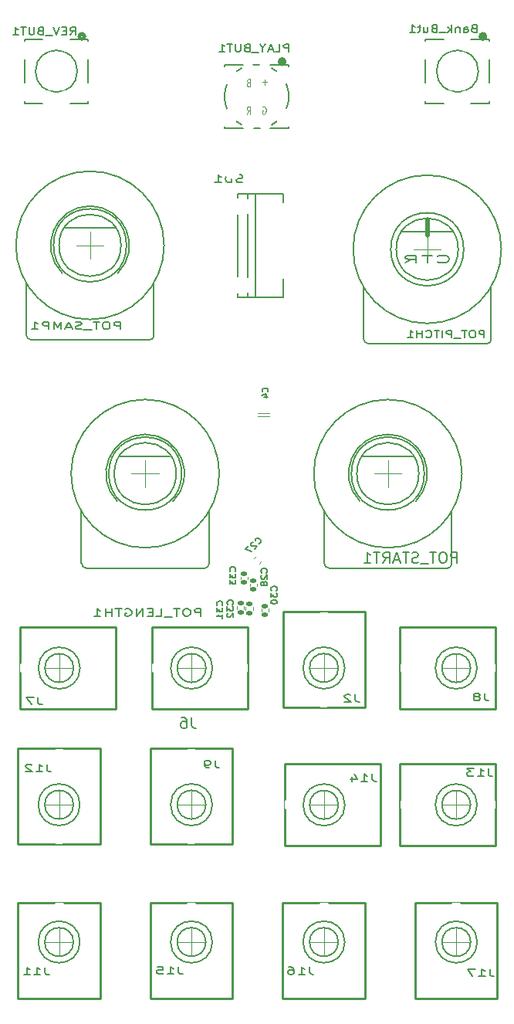
<source format=gbr>
G04 #@! TF.GenerationSoftware,KiCad,Pcbnew,8.0.5*
G04 #@! TF.CreationDate,2024-11-14T10:29:35-08:00*
G04 #@! TF.ProjectId,Sampler-built,53616d70-6c65-4722-9d62-75696c742e6b,rev?*
G04 #@! TF.SameCoordinates,PX38444c0PY67f3540*
G04 #@! TF.FileFunction,Legend,Bot*
G04 #@! TF.FilePolarity,Positive*
%FSLAX46Y46*%
G04 Gerber Fmt 4.6, Leading zero omitted, Abs format (unit mm)*
G04 Created by KiCad (PCBNEW 8.0.5) date 2024-11-14 10:29:35*
%MOMM*%
%LPD*%
G01*
G04 APERTURE LIST*
G04 Aperture macros list*
%AMRoundRect*
0 Rectangle with rounded corners*
0 $1 Rounding radius*
0 $2 $3 $4 $5 $6 $7 $8 $9 X,Y pos of 4 corners*
0 Add a 4 corners polygon primitive as box body*
4,1,4,$2,$3,$4,$5,$6,$7,$8,$9,$2,$3,0*
0 Add four circle primitives for the rounded corners*
1,1,$1+$1,$2,$3*
1,1,$1+$1,$4,$5*
1,1,$1+$1,$6,$7*
1,1,$1+$1,$8,$9*
0 Add four rect primitives between the rounded corners*
20,1,$1+$1,$2,$3,$4,$5,0*
20,1,$1+$1,$4,$5,$6,$7,0*
20,1,$1+$1,$6,$7,$8,$9,0*
20,1,$1+$1,$8,$9,$2,$3,0*%
G04 Aperture macros list end*
%ADD10C,0.152400*%
%ADD11C,0.149860*%
%ADD12C,0.150000*%
%ADD13C,0.203200*%
%ADD14C,0.120000*%
%ADD15C,0.127000*%
%ADD16C,0.254000*%
%ADD17C,0.100000*%
%ADD18C,0.400000*%
%ADD19C,0.508000*%
%ADD20C,1.700000*%
%ADD21O,1.700000X1.700000*%
%ADD22R,1.700000X1.700000*%
%ADD23C,1.930400*%
%ADD24RoundRect,0.147500X-0.172500X0.147500X-0.172500X-0.147500X0.172500X-0.147500X0.172500X0.147500X0*%
%ADD25C,1.800000*%
%ADD26C,1.500000*%
%ADD27O,1.397000X1.092200*%
%ADD28O,1.524000X1.524000*%
%ADD29R,1.000000X1.000000*%
%ADD30C,2.540000*%
%ADD31RoundRect,0.147500X0.172500X-0.147500X0.172500X0.147500X-0.172500X0.147500X-0.172500X-0.147500X0*%
%ADD32RoundRect,0.147500X0.017678X-0.226274X0.226274X-0.017678X-0.017678X0.226274X-0.226274X0.017678X0*%
G04 APERTURE END LIST*
D10*
X-52539028Y26514908D02*
X-52539028Y25943480D01*
X-52539028Y25943480D02*
X-52481575Y25829194D01*
X-52481575Y25829194D02*
X-52366671Y25753003D01*
X-52366671Y25753003D02*
X-52194313Y25714908D01*
X-52194313Y25714908D02*
X-52079409Y25714908D01*
X-53745528Y25714908D02*
X-53056099Y25714908D01*
X-53400813Y25714908D02*
X-53400813Y26514908D01*
X-53400813Y26514908D02*
X-53285909Y26400623D01*
X-53285909Y26400623D02*
X-53171004Y26324432D01*
X-53171004Y26324432D02*
X-53056099Y26286337D01*
X-54205147Y26438718D02*
X-54262599Y26476813D01*
X-54262599Y26476813D02*
X-54377504Y26514908D01*
X-54377504Y26514908D02*
X-54664766Y26514908D01*
X-54664766Y26514908D02*
X-54779671Y26476813D01*
X-54779671Y26476813D02*
X-54837123Y26438718D01*
X-54837123Y26438718D02*
X-54894576Y26362527D01*
X-54894576Y26362527D02*
X-54894576Y26286337D01*
X-54894576Y26286337D02*
X-54837123Y26172051D01*
X-54837123Y26172051D02*
X-54147695Y25714908D01*
X-54147695Y25714908D02*
X-54894576Y25714908D01*
X-23751088Y4281468D02*
X-23751088Y3710040D01*
X-23751088Y3710040D02*
X-23693635Y3595754D01*
X-23693635Y3595754D02*
X-23578731Y3519563D01*
X-23578731Y3519563D02*
X-23406373Y3481468D01*
X-23406373Y3481468D02*
X-23291469Y3481468D01*
X-24957588Y3481468D02*
X-24268159Y3481468D01*
X-24612873Y3481468D02*
X-24612873Y4281468D01*
X-24612873Y4281468D02*
X-24497969Y4167183D01*
X-24497969Y4167183D02*
X-24383064Y4090992D01*
X-24383064Y4090992D02*
X-24268159Y4052897D01*
X-25991731Y4281468D02*
X-25761921Y4281468D01*
X-25761921Y4281468D02*
X-25647017Y4243373D01*
X-25647017Y4243373D02*
X-25589564Y4205278D01*
X-25589564Y4205278D02*
X-25474659Y4090992D01*
X-25474659Y4090992D02*
X-25417207Y3938611D01*
X-25417207Y3938611D02*
X-25417207Y3633849D01*
X-25417207Y3633849D02*
X-25474659Y3557659D01*
X-25474659Y3557659D02*
X-25532112Y3519563D01*
X-25532112Y3519563D02*
X-25647017Y3481468D01*
X-25647017Y3481468D02*
X-25876826Y3481468D01*
X-25876826Y3481468D02*
X-25991731Y3519563D01*
X-25991731Y3519563D02*
X-26049183Y3557659D01*
X-26049183Y3557659D02*
X-26106636Y3633849D01*
X-26106636Y3633849D02*
X-26106636Y3824325D01*
X-26106636Y3824325D02*
X-26049183Y3900516D01*
X-26049183Y3900516D02*
X-25991731Y3938611D01*
X-25991731Y3938611D02*
X-25876826Y3976706D01*
X-25876826Y3976706D02*
X-25647017Y3976706D01*
X-25647017Y3976706D02*
X-25532112Y3938611D01*
X-25532112Y3938611D02*
X-25474659Y3900516D01*
X-25474659Y3900516D02*
X-25417207Y3824325D01*
X-3955228Y4071468D02*
X-3955228Y3500040D01*
X-3955228Y3500040D02*
X-3897775Y3385754D01*
X-3897775Y3385754D02*
X-3782871Y3309563D01*
X-3782871Y3309563D02*
X-3610513Y3271468D01*
X-3610513Y3271468D02*
X-3495609Y3271468D01*
X-5161728Y3271468D02*
X-4472299Y3271468D01*
X-4817013Y3271468D02*
X-4817013Y4071468D01*
X-4817013Y4071468D02*
X-4702109Y3957183D01*
X-4702109Y3957183D02*
X-4587204Y3880992D01*
X-4587204Y3880992D02*
X-4472299Y3842897D01*
X-5563895Y4071468D02*
X-6368228Y4071468D01*
X-6368228Y4071468D02*
X-5851157Y3271468D01*
D11*
X-27364656Y45541771D02*
X-27333329Y45577452D01*
X-27333329Y45577452D02*
X-27302003Y45684495D01*
X-27302003Y45684495D02*
X-27302003Y45755857D01*
X-27302003Y45755857D02*
X-27333329Y45862900D01*
X-27333329Y45862900D02*
X-27395983Y45934262D01*
X-27395983Y45934262D02*
X-27458636Y45969943D01*
X-27458636Y45969943D02*
X-27583943Y46005624D01*
X-27583943Y46005624D02*
X-27677923Y46005624D01*
X-27677923Y46005624D02*
X-27803229Y45969943D01*
X-27803229Y45969943D02*
X-27865883Y45934262D01*
X-27865883Y45934262D02*
X-27928536Y45862900D01*
X-27928536Y45862900D02*
X-27959863Y45755857D01*
X-27959863Y45755857D02*
X-27959863Y45684495D01*
X-27959863Y45684495D02*
X-27928536Y45577452D01*
X-27928536Y45577452D02*
X-27897209Y45541771D01*
X-27959863Y45292005D02*
X-27959863Y44828152D01*
X-27959863Y44828152D02*
X-27709249Y45077919D01*
X-27709249Y45077919D02*
X-27709249Y44970876D01*
X-27709249Y44970876D02*
X-27677923Y44899514D01*
X-27677923Y44899514D02*
X-27646596Y44863833D01*
X-27646596Y44863833D02*
X-27583943Y44828152D01*
X-27583943Y44828152D02*
X-27427309Y44828152D01*
X-27427309Y44828152D02*
X-27364656Y44863833D01*
X-27364656Y44863833D02*
X-27333329Y44899514D01*
X-27333329Y44899514D02*
X-27302003Y44970876D01*
X-27302003Y44970876D02*
X-27302003Y45184962D01*
X-27302003Y45184962D02*
X-27333329Y45256324D01*
X-27333329Y45256324D02*
X-27364656Y45292005D01*
X-27959863Y44364300D02*
X-27959863Y44292938D01*
X-27959863Y44292938D02*
X-27928536Y44221576D01*
X-27928536Y44221576D02*
X-27897209Y44185895D01*
X-27897209Y44185895D02*
X-27834556Y44150214D01*
X-27834556Y44150214D02*
X-27709249Y44114533D01*
X-27709249Y44114533D02*
X-27552616Y44114533D01*
X-27552616Y44114533D02*
X-27427309Y44150214D01*
X-27427309Y44150214D02*
X-27364656Y44185895D01*
X-27364656Y44185895D02*
X-27333329Y44221576D01*
X-27333329Y44221576D02*
X-27302003Y44292938D01*
X-27302003Y44292938D02*
X-27302003Y44364300D01*
X-27302003Y44364300D02*
X-27333329Y44435662D01*
X-27333329Y44435662D02*
X-27364656Y44471343D01*
X-27364656Y44471343D02*
X-27427309Y44507024D01*
X-27427309Y44507024D02*
X-27552616Y44542705D01*
X-27552616Y44542705D02*
X-27709249Y44542705D01*
X-27709249Y44542705D02*
X-27834556Y44507024D01*
X-27834556Y44507024D02*
X-27897209Y44471343D01*
X-27897209Y44471343D02*
X-27928536Y44435662D01*
X-27928536Y44435662D02*
X-27959863Y44364300D01*
D12*
X-5693315Y107213614D02*
X-5836172Y107174909D01*
X-5836172Y107174909D02*
X-5883791Y107136205D01*
X-5883791Y107136205D02*
X-5931410Y107058795D01*
X-5931410Y107058795D02*
X-5931410Y106942681D01*
X-5931410Y106942681D02*
X-5883791Y106865271D01*
X-5883791Y106865271D02*
X-5836172Y106826566D01*
X-5836172Y106826566D02*
X-5740934Y106787862D01*
X-5740934Y106787862D02*
X-5359982Y106787862D01*
X-5359982Y106787862D02*
X-5359982Y107600662D01*
X-5359982Y107600662D02*
X-5693315Y107600662D01*
X-5693315Y107600662D02*
X-5788553Y107561957D01*
X-5788553Y107561957D02*
X-5836172Y107523252D01*
X-5836172Y107523252D02*
X-5883791Y107445843D01*
X-5883791Y107445843D02*
X-5883791Y107368433D01*
X-5883791Y107368433D02*
X-5836172Y107291024D01*
X-5836172Y107291024D02*
X-5788553Y107252319D01*
X-5788553Y107252319D02*
X-5693315Y107213614D01*
X-5693315Y107213614D02*
X-5359982Y107213614D01*
X-6788553Y106787862D02*
X-6788553Y107213614D01*
X-6788553Y107213614D02*
X-6740934Y107291024D01*
X-6740934Y107291024D02*
X-6645696Y107329728D01*
X-6645696Y107329728D02*
X-6455220Y107329728D01*
X-6455220Y107329728D02*
X-6359982Y107291024D01*
X-6788553Y106826566D02*
X-6693315Y106787862D01*
X-6693315Y106787862D02*
X-6455220Y106787862D01*
X-6455220Y106787862D02*
X-6359982Y106826566D01*
X-6359982Y106826566D02*
X-6312363Y106903976D01*
X-6312363Y106903976D02*
X-6312363Y106981386D01*
X-6312363Y106981386D02*
X-6359982Y107058795D01*
X-6359982Y107058795D02*
X-6455220Y107097500D01*
X-6455220Y107097500D02*
X-6693315Y107097500D01*
X-6693315Y107097500D02*
X-6788553Y107136205D01*
X-7264744Y107329728D02*
X-7264744Y106787862D01*
X-7264744Y107252319D02*
X-7312363Y107291024D01*
X-7312363Y107291024D02*
X-7407601Y107329728D01*
X-7407601Y107329728D02*
X-7550458Y107329728D01*
X-7550458Y107329728D02*
X-7645696Y107291024D01*
X-7645696Y107291024D02*
X-7693315Y107213614D01*
X-7693315Y107213614D02*
X-7693315Y106787862D01*
X-8169506Y106787862D02*
X-8169506Y107600662D01*
X-8264744Y107097500D02*
X-8550458Y106787862D01*
X-8550458Y107329728D02*
X-8169506Y107020090D01*
X-8740934Y106710452D02*
X-9502839Y106710452D01*
X-10074268Y107213614D02*
X-10217125Y107174909D01*
X-10217125Y107174909D02*
X-10264744Y107136205D01*
X-10264744Y107136205D02*
X-10312363Y107058795D01*
X-10312363Y107058795D02*
X-10312363Y106942681D01*
X-10312363Y106942681D02*
X-10264744Y106865271D01*
X-10264744Y106865271D02*
X-10217125Y106826566D01*
X-10217125Y106826566D02*
X-10121887Y106787862D01*
X-10121887Y106787862D02*
X-9740935Y106787862D01*
X-9740935Y106787862D02*
X-9740935Y107600662D01*
X-9740935Y107600662D02*
X-10074268Y107600662D01*
X-10074268Y107600662D02*
X-10169506Y107561957D01*
X-10169506Y107561957D02*
X-10217125Y107523252D01*
X-10217125Y107523252D02*
X-10264744Y107445843D01*
X-10264744Y107445843D02*
X-10264744Y107368433D01*
X-10264744Y107368433D02*
X-10217125Y107291024D01*
X-10217125Y107291024D02*
X-10169506Y107252319D01*
X-10169506Y107252319D02*
X-10074268Y107213614D01*
X-10074268Y107213614D02*
X-9740935Y107213614D01*
X-11169506Y107329728D02*
X-11169506Y106787862D01*
X-10740935Y107329728D02*
X-10740935Y106903976D01*
X-10740935Y106903976D02*
X-10788554Y106826566D01*
X-10788554Y106826566D02*
X-10883792Y106787862D01*
X-10883792Y106787862D02*
X-11026649Y106787862D01*
X-11026649Y106787862D02*
X-11121887Y106826566D01*
X-11121887Y106826566D02*
X-11169506Y106865271D01*
X-11502840Y107329728D02*
X-11883792Y107329728D01*
X-11645697Y107600662D02*
X-11645697Y106903976D01*
X-11645697Y106903976D02*
X-11693316Y106826566D01*
X-11693316Y106826566D02*
X-11788554Y106787862D01*
X-11788554Y106787862D02*
X-11883792Y106787862D01*
X-12740935Y106787862D02*
X-12169507Y106787862D01*
X-12455221Y106787862D02*
X-12455221Y107600662D01*
X-12455221Y107600662D02*
X-12359983Y107484547D01*
X-12359983Y107484547D02*
X-12264745Y107407138D01*
X-12264745Y107407138D02*
X-12169507Y107368433D01*
X-31082067Y90361410D02*
X-31253495Y90322706D01*
X-31253495Y90322706D02*
X-31539210Y90322706D01*
X-31539210Y90322706D02*
X-31653495Y90361410D01*
X-31653495Y90361410D02*
X-31710638Y90400115D01*
X-31710638Y90400115D02*
X-31767781Y90477525D01*
X-31767781Y90477525D02*
X-31767781Y90554934D01*
X-31767781Y90554934D02*
X-31710638Y90632344D01*
X-31710638Y90632344D02*
X-31653495Y90671049D01*
X-31653495Y90671049D02*
X-31539210Y90709753D01*
X-31539210Y90709753D02*
X-31310638Y90748458D01*
X-31310638Y90748458D02*
X-31196353Y90787163D01*
X-31196353Y90787163D02*
X-31139210Y90825868D01*
X-31139210Y90825868D02*
X-31082067Y90903277D01*
X-31082067Y90903277D02*
X-31082067Y90980687D01*
X-31082067Y90980687D02*
X-31139210Y91058096D01*
X-31139210Y91058096D02*
X-31196353Y91096801D01*
X-31196353Y91096801D02*
X-31310638Y91135506D01*
X-31310638Y91135506D02*
X-31596353Y91135506D01*
X-31596353Y91135506D02*
X-31767781Y91096801D01*
X-32282067Y90322706D02*
X-32282067Y91135506D01*
X-32282067Y91135506D02*
X-32567781Y91135506D01*
X-32567781Y91135506D02*
X-32739210Y91096801D01*
X-32739210Y91096801D02*
X-32853495Y91019391D01*
X-32853495Y91019391D02*
X-32910638Y90941982D01*
X-32910638Y90941982D02*
X-32967781Y90787163D01*
X-32967781Y90787163D02*
X-32967781Y90671049D01*
X-32967781Y90671049D02*
X-32910638Y90516230D01*
X-32910638Y90516230D02*
X-32853495Y90438820D01*
X-32853495Y90438820D02*
X-32739210Y90361410D01*
X-32739210Y90361410D02*
X-32567781Y90322706D01*
X-32567781Y90322706D02*
X-32282067Y90322706D01*
X-34110638Y90322706D02*
X-33424924Y90322706D01*
X-33767781Y90322706D02*
X-33767781Y91135506D01*
X-33767781Y91135506D02*
X-33653495Y91019391D01*
X-33653495Y91019391D02*
X-33539210Y90941982D01*
X-33539210Y90941982D02*
X-33424924Y90903277D01*
X-28340436Y67348412D02*
X-28309483Y67379364D01*
X-28309483Y67379364D02*
X-28278531Y67472222D01*
X-28278531Y67472222D02*
X-28278531Y67534126D01*
X-28278531Y67534126D02*
X-28309483Y67626983D01*
X-28309483Y67626983D02*
X-28371388Y67688888D01*
X-28371388Y67688888D02*
X-28433293Y67719841D01*
X-28433293Y67719841D02*
X-28557103Y67750793D01*
X-28557103Y67750793D02*
X-28649960Y67750793D01*
X-28649960Y67750793D02*
X-28773769Y67719841D01*
X-28773769Y67719841D02*
X-28835674Y67688888D01*
X-28835674Y67688888D02*
X-28897579Y67626983D01*
X-28897579Y67626983D02*
X-28928531Y67534126D01*
X-28928531Y67534126D02*
X-28928531Y67472222D01*
X-28928531Y67472222D02*
X-28897579Y67379364D01*
X-28897579Y67379364D02*
X-28866626Y67348412D01*
X-28711864Y66791269D02*
X-28278531Y66791269D01*
X-28959483Y66946031D02*
X-28495198Y67100793D01*
X-28495198Y67100793D02*
X-28495198Y66698412D01*
D10*
X-35665744Y42754499D02*
X-35665744Y43567299D01*
X-35665744Y43567299D02*
X-36125363Y43567299D01*
X-36125363Y43567299D02*
X-36240268Y43528594D01*
X-36240268Y43528594D02*
X-36297721Y43489889D01*
X-36297721Y43489889D02*
X-36355173Y43412480D01*
X-36355173Y43412480D02*
X-36355173Y43296365D01*
X-36355173Y43296365D02*
X-36297721Y43218956D01*
X-36297721Y43218956D02*
X-36240268Y43180251D01*
X-36240268Y43180251D02*
X-36125363Y43141546D01*
X-36125363Y43141546D02*
X-35665744Y43141546D01*
X-37102054Y43567299D02*
X-37331863Y43567299D01*
X-37331863Y43567299D02*
X-37446768Y43528594D01*
X-37446768Y43528594D02*
X-37561673Y43451184D01*
X-37561673Y43451184D02*
X-37619125Y43296365D01*
X-37619125Y43296365D02*
X-37619125Y43025432D01*
X-37619125Y43025432D02*
X-37561673Y42870613D01*
X-37561673Y42870613D02*
X-37446768Y42793203D01*
X-37446768Y42793203D02*
X-37331863Y42754499D01*
X-37331863Y42754499D02*
X-37102054Y42754499D01*
X-37102054Y42754499D02*
X-36987149Y42793203D01*
X-36987149Y42793203D02*
X-36872244Y42870613D01*
X-36872244Y42870613D02*
X-36814792Y43025432D01*
X-36814792Y43025432D02*
X-36814792Y43296365D01*
X-36814792Y43296365D02*
X-36872244Y43451184D01*
X-36872244Y43451184D02*
X-36987149Y43528594D01*
X-36987149Y43528594D02*
X-37102054Y43567299D01*
X-37963839Y43567299D02*
X-38653268Y43567299D01*
X-38308554Y42754499D02*
X-38308554Y43567299D01*
X-38768172Y42677089D02*
X-39687411Y42677089D01*
X-40549196Y42754499D02*
X-39974672Y42754499D01*
X-39974672Y42754499D02*
X-39974672Y43567299D01*
X-40951362Y43180251D02*
X-41353529Y43180251D01*
X-41525886Y42754499D02*
X-40951362Y42754499D01*
X-40951362Y42754499D02*
X-40951362Y43567299D01*
X-40951362Y43567299D02*
X-41525886Y43567299D01*
X-42042957Y42754499D02*
X-42042957Y43567299D01*
X-42042957Y43567299D02*
X-42732386Y42754499D01*
X-42732386Y42754499D02*
X-42732386Y43567299D01*
X-43938886Y43528594D02*
X-43823981Y43567299D01*
X-43823981Y43567299D02*
X-43651624Y43567299D01*
X-43651624Y43567299D02*
X-43479267Y43528594D01*
X-43479267Y43528594D02*
X-43364362Y43451184D01*
X-43364362Y43451184D02*
X-43306909Y43373775D01*
X-43306909Y43373775D02*
X-43249457Y43218956D01*
X-43249457Y43218956D02*
X-43249457Y43102842D01*
X-43249457Y43102842D02*
X-43306909Y42948023D01*
X-43306909Y42948023D02*
X-43364362Y42870613D01*
X-43364362Y42870613D02*
X-43479267Y42793203D01*
X-43479267Y42793203D02*
X-43651624Y42754499D01*
X-43651624Y42754499D02*
X-43766528Y42754499D01*
X-43766528Y42754499D02*
X-43938886Y42793203D01*
X-43938886Y42793203D02*
X-43996338Y42831908D01*
X-43996338Y42831908D02*
X-43996338Y43102842D01*
X-43996338Y43102842D02*
X-43766528Y43102842D01*
X-44341052Y43567299D02*
X-45030481Y43567299D01*
X-44685767Y42754499D02*
X-44685767Y43567299D01*
X-45432647Y42754499D02*
X-45432647Y43567299D01*
X-45432647Y43180251D02*
X-46122076Y43180251D01*
X-46122076Y42754499D02*
X-46122076Y43567299D01*
X-47328576Y42754499D02*
X-46639147Y42754499D01*
X-46983861Y42754499D02*
X-46983861Y43567299D01*
X-46983861Y43567299D02*
X-46868957Y43451184D01*
X-46868957Y43451184D02*
X-46754052Y43373775D01*
X-46754052Y43373775D02*
X-46639147Y43335070D01*
X-18707076Y34165275D02*
X-18707076Y33584703D01*
X-18707076Y33584703D02*
X-18649623Y33468589D01*
X-18649623Y33468589D02*
X-18534719Y33391179D01*
X-18534719Y33391179D02*
X-18362361Y33352475D01*
X-18362361Y33352475D02*
X-18247457Y33352475D01*
X-19224147Y34087865D02*
X-19281599Y34126570D01*
X-19281599Y34126570D02*
X-19396504Y34165275D01*
X-19396504Y34165275D02*
X-19683766Y34165275D01*
X-19683766Y34165275D02*
X-19798671Y34126570D01*
X-19798671Y34126570D02*
X-19856123Y34087865D01*
X-19856123Y34087865D02*
X-19913576Y34010456D01*
X-19913576Y34010456D02*
X-19913576Y33933046D01*
X-19913576Y33933046D02*
X-19856123Y33816932D01*
X-19856123Y33816932D02*
X-19166695Y33352475D01*
X-19166695Y33352475D02*
X-19913576Y33352475D01*
D12*
X-4566536Y73287374D02*
X-4566536Y74100174D01*
X-4566536Y74100174D02*
X-4947488Y74100174D01*
X-4947488Y74100174D02*
X-5042726Y74061469D01*
X-5042726Y74061469D02*
X-5090345Y74022764D01*
X-5090345Y74022764D02*
X-5137964Y73945355D01*
X-5137964Y73945355D02*
X-5137964Y73829240D01*
X-5137964Y73829240D02*
X-5090345Y73751831D01*
X-5090345Y73751831D02*
X-5042726Y73713126D01*
X-5042726Y73713126D02*
X-4947488Y73674421D01*
X-4947488Y73674421D02*
X-4566536Y73674421D01*
X-5757012Y74100174D02*
X-5947488Y74100174D01*
X-5947488Y74100174D02*
X-6042726Y74061469D01*
X-6042726Y74061469D02*
X-6137964Y73984059D01*
X-6137964Y73984059D02*
X-6185583Y73829240D01*
X-6185583Y73829240D02*
X-6185583Y73558307D01*
X-6185583Y73558307D02*
X-6137964Y73403488D01*
X-6137964Y73403488D02*
X-6042726Y73326078D01*
X-6042726Y73326078D02*
X-5947488Y73287374D01*
X-5947488Y73287374D02*
X-5757012Y73287374D01*
X-5757012Y73287374D02*
X-5661774Y73326078D01*
X-5661774Y73326078D02*
X-5566536Y73403488D01*
X-5566536Y73403488D02*
X-5518917Y73558307D01*
X-5518917Y73558307D02*
X-5518917Y73829240D01*
X-5518917Y73829240D02*
X-5566536Y73984059D01*
X-5566536Y73984059D02*
X-5661774Y74061469D01*
X-5661774Y74061469D02*
X-5757012Y74100174D01*
X-6471298Y74100174D02*
X-7042726Y74100174D01*
X-6757012Y73287374D02*
X-6757012Y74100174D01*
X-7137964Y73209964D02*
X-7899869Y73209964D01*
X-8137965Y73287374D02*
X-8137965Y74100174D01*
X-8137965Y74100174D02*
X-8518917Y74100174D01*
X-8518917Y74100174D02*
X-8614155Y74061469D01*
X-8614155Y74061469D02*
X-8661774Y74022764D01*
X-8661774Y74022764D02*
X-8709393Y73945355D01*
X-8709393Y73945355D02*
X-8709393Y73829240D01*
X-8709393Y73829240D02*
X-8661774Y73751831D01*
X-8661774Y73751831D02*
X-8614155Y73713126D01*
X-8614155Y73713126D02*
X-8518917Y73674421D01*
X-8518917Y73674421D02*
X-8137965Y73674421D01*
X-9137965Y73287374D02*
X-9137965Y74100174D01*
X-9471298Y74100174D02*
X-10042726Y74100174D01*
X-9757012Y73287374D02*
X-9757012Y74100174D01*
X-10947488Y73364783D02*
X-10899869Y73326078D01*
X-10899869Y73326078D02*
X-10757012Y73287374D01*
X-10757012Y73287374D02*
X-10661774Y73287374D01*
X-10661774Y73287374D02*
X-10518917Y73326078D01*
X-10518917Y73326078D02*
X-10423679Y73403488D01*
X-10423679Y73403488D02*
X-10376060Y73480898D01*
X-10376060Y73480898D02*
X-10328441Y73635717D01*
X-10328441Y73635717D02*
X-10328441Y73751831D01*
X-10328441Y73751831D02*
X-10376060Y73906650D01*
X-10376060Y73906650D02*
X-10423679Y73984059D01*
X-10423679Y73984059D02*
X-10518917Y74061469D01*
X-10518917Y74061469D02*
X-10661774Y74100174D01*
X-10661774Y74100174D02*
X-10757012Y74100174D01*
X-10757012Y74100174D02*
X-10899869Y74061469D01*
X-10899869Y74061469D02*
X-10947488Y74022764D01*
X-11376060Y73287374D02*
X-11376060Y74100174D01*
X-11376060Y73713126D02*
X-11947488Y73713126D01*
X-11947488Y73287374D02*
X-11947488Y74100174D01*
X-12947488Y73287374D02*
X-12376060Y73287374D01*
X-12661774Y73287374D02*
X-12661774Y74100174D01*
X-12661774Y74100174D02*
X-12566536Y73984059D01*
X-12566536Y73984059D02*
X-12471298Y73906650D01*
X-12471298Y73906650D02*
X-12376060Y73867945D01*
D13*
X-9658858Y81575360D02*
X-9562096Y81536655D01*
X-9562096Y81536655D02*
X-9271810Y81497951D01*
X-9271810Y81497951D02*
X-9078286Y81497951D01*
X-9078286Y81497951D02*
X-8788001Y81536655D01*
X-8788001Y81536655D02*
X-8594477Y81614065D01*
X-8594477Y81614065D02*
X-8497715Y81691475D01*
X-8497715Y81691475D02*
X-8400953Y81846294D01*
X-8400953Y81846294D02*
X-8400953Y81962408D01*
X-8400953Y81962408D02*
X-8497715Y82117227D01*
X-8497715Y82117227D02*
X-8594477Y82194636D01*
X-8594477Y82194636D02*
X-8788001Y82272046D01*
X-8788001Y82272046D02*
X-9078286Y82310751D01*
X-9078286Y82310751D02*
X-9271810Y82310751D01*
X-9271810Y82310751D02*
X-9562096Y82272046D01*
X-9562096Y82272046D02*
X-9658858Y82233341D01*
X-10239429Y82310751D02*
X-11400572Y82310751D01*
X-10820001Y81497951D02*
X-10820001Y82310751D01*
X-13239048Y81497951D02*
X-12561715Y81884998D01*
X-12077905Y81497951D02*
X-12077905Y82310751D01*
X-12077905Y82310751D02*
X-12852000Y82310751D01*
X-12852000Y82310751D02*
X-13045524Y82272046D01*
X-13045524Y82272046D02*
X-13142286Y82233341D01*
X-13142286Y82233341D02*
X-13239048Y82155932D01*
X-13239048Y82155932D02*
X-13239048Y82039817D01*
X-13239048Y82039817D02*
X-13142286Y81962408D01*
X-13142286Y81962408D02*
X-13045524Y81923703D01*
X-13045524Y81923703D02*
X-12852000Y81884998D01*
X-12852000Y81884998D02*
X-12077905Y81884998D01*
D10*
X-53508240Y33867433D02*
X-53508240Y33286861D01*
X-53508240Y33286861D02*
X-53450787Y33170747D01*
X-53450787Y33170747D02*
X-53335883Y33093337D01*
X-53335883Y33093337D02*
X-53163525Y33054633D01*
X-53163525Y33054633D02*
X-53048621Y33054633D01*
X-53967859Y33867433D02*
X-54772192Y33867433D01*
X-54772192Y33867433D02*
X-54255121Y33054633D01*
D11*
X-32164656Y44051771D02*
X-32133329Y44087452D01*
X-32133329Y44087452D02*
X-32102003Y44194495D01*
X-32102003Y44194495D02*
X-32102003Y44265857D01*
X-32102003Y44265857D02*
X-32133329Y44372900D01*
X-32133329Y44372900D02*
X-32195983Y44444262D01*
X-32195983Y44444262D02*
X-32258636Y44479943D01*
X-32258636Y44479943D02*
X-32383943Y44515624D01*
X-32383943Y44515624D02*
X-32477923Y44515624D01*
X-32477923Y44515624D02*
X-32603229Y44479943D01*
X-32603229Y44479943D02*
X-32665883Y44444262D01*
X-32665883Y44444262D02*
X-32728536Y44372900D01*
X-32728536Y44372900D02*
X-32759863Y44265857D01*
X-32759863Y44265857D02*
X-32759863Y44194495D01*
X-32759863Y44194495D02*
X-32728536Y44087452D01*
X-32728536Y44087452D02*
X-32697209Y44051771D01*
X-32759863Y43802005D02*
X-32759863Y43338152D01*
X-32759863Y43338152D02*
X-32509249Y43587919D01*
X-32509249Y43587919D02*
X-32509249Y43480876D01*
X-32509249Y43480876D02*
X-32477923Y43409514D01*
X-32477923Y43409514D02*
X-32446596Y43373833D01*
X-32446596Y43373833D02*
X-32383943Y43338152D01*
X-32383943Y43338152D02*
X-32227309Y43338152D01*
X-32227309Y43338152D02*
X-32164656Y43373833D01*
X-32164656Y43373833D02*
X-32133329Y43409514D01*
X-32133329Y43409514D02*
X-32102003Y43480876D01*
X-32102003Y43480876D02*
X-32102003Y43694962D01*
X-32102003Y43694962D02*
X-32133329Y43766324D01*
X-32133329Y43766324D02*
X-32164656Y43802005D01*
X-32697209Y43052705D02*
X-32728536Y43017024D01*
X-32728536Y43017024D02*
X-32759863Y42945662D01*
X-32759863Y42945662D02*
X-32759863Y42767257D01*
X-32759863Y42767257D02*
X-32728536Y42695895D01*
X-32728536Y42695895D02*
X-32697209Y42660214D01*
X-32697209Y42660214D02*
X-32634556Y42624533D01*
X-32634556Y42624533D02*
X-32571903Y42624533D01*
X-32571903Y42624533D02*
X-32477923Y42660214D01*
X-32477923Y42660214D02*
X-32102003Y43088386D01*
X-32102003Y43088386D02*
X-32102003Y42624533D01*
D10*
X-38116028Y4305908D02*
X-38116028Y3734480D01*
X-38116028Y3734480D02*
X-38058575Y3620194D01*
X-38058575Y3620194D02*
X-37943671Y3544003D01*
X-37943671Y3544003D02*
X-37771313Y3505908D01*
X-37771313Y3505908D02*
X-37656409Y3505908D01*
X-39322528Y3505908D02*
X-38633099Y3505908D01*
X-38977813Y3505908D02*
X-38977813Y4305908D01*
X-38977813Y4305908D02*
X-38862909Y4191623D01*
X-38862909Y4191623D02*
X-38748004Y4115432D01*
X-38748004Y4115432D02*
X-38633099Y4077337D01*
X-40414123Y4305908D02*
X-39839599Y4305908D01*
X-39839599Y4305908D02*
X-39782147Y3924956D01*
X-39782147Y3924956D02*
X-39839599Y3963051D01*
X-39839599Y3963051D02*
X-39954504Y4001146D01*
X-39954504Y4001146D02*
X-40241766Y4001146D01*
X-40241766Y4001146D02*
X-40356671Y3963051D01*
X-40356671Y3963051D02*
X-40414123Y3924956D01*
X-40414123Y3924956D02*
X-40471576Y3848765D01*
X-40471576Y3848765D02*
X-40471576Y3658289D01*
X-40471576Y3658289D02*
X-40414123Y3582099D01*
X-40414123Y3582099D02*
X-40356671Y3544003D01*
X-40356671Y3544003D02*
X-40241766Y3505908D01*
X-40241766Y3505908D02*
X-39954504Y3505908D01*
X-39954504Y3505908D02*
X-39839599Y3544003D01*
X-39839599Y3544003D02*
X-39782147Y3582099D01*
D12*
X-49983315Y106497862D02*
X-49649982Y106884909D01*
X-49411887Y106497862D02*
X-49411887Y107310662D01*
X-49411887Y107310662D02*
X-49792839Y107310662D01*
X-49792839Y107310662D02*
X-49888077Y107271957D01*
X-49888077Y107271957D02*
X-49935696Y107233252D01*
X-49935696Y107233252D02*
X-49983315Y107155843D01*
X-49983315Y107155843D02*
X-49983315Y107039728D01*
X-49983315Y107039728D02*
X-49935696Y106962319D01*
X-49935696Y106962319D02*
X-49888077Y106923614D01*
X-49888077Y106923614D02*
X-49792839Y106884909D01*
X-49792839Y106884909D02*
X-49411887Y106884909D01*
X-50411887Y106923614D02*
X-50745220Y106923614D01*
X-50888077Y106497862D02*
X-50411887Y106497862D01*
X-50411887Y106497862D02*
X-50411887Y107310662D01*
X-50411887Y107310662D02*
X-50888077Y107310662D01*
X-51173792Y107310662D02*
X-51507125Y106497862D01*
X-51507125Y106497862D02*
X-51840458Y107310662D01*
X-51935696Y106420452D02*
X-52697601Y106420452D01*
X-53269030Y106923614D02*
X-53411887Y106884909D01*
X-53411887Y106884909D02*
X-53459506Y106846205D01*
X-53459506Y106846205D02*
X-53507125Y106768795D01*
X-53507125Y106768795D02*
X-53507125Y106652681D01*
X-53507125Y106652681D02*
X-53459506Y106575271D01*
X-53459506Y106575271D02*
X-53411887Y106536566D01*
X-53411887Y106536566D02*
X-53316649Y106497862D01*
X-53316649Y106497862D02*
X-52935697Y106497862D01*
X-52935697Y106497862D02*
X-52935697Y107310662D01*
X-52935697Y107310662D02*
X-53269030Y107310662D01*
X-53269030Y107310662D02*
X-53364268Y107271957D01*
X-53364268Y107271957D02*
X-53411887Y107233252D01*
X-53411887Y107233252D02*
X-53459506Y107155843D01*
X-53459506Y107155843D02*
X-53459506Y107078433D01*
X-53459506Y107078433D02*
X-53411887Y107001024D01*
X-53411887Y107001024D02*
X-53364268Y106962319D01*
X-53364268Y106962319D02*
X-53269030Y106923614D01*
X-53269030Y106923614D02*
X-52935697Y106923614D01*
X-53935697Y107310662D02*
X-53935697Y106652681D01*
X-53935697Y106652681D02*
X-53983316Y106575271D01*
X-53983316Y106575271D02*
X-54030935Y106536566D01*
X-54030935Y106536566D02*
X-54126173Y106497862D01*
X-54126173Y106497862D02*
X-54316649Y106497862D01*
X-54316649Y106497862D02*
X-54411887Y106536566D01*
X-54411887Y106536566D02*
X-54459506Y106575271D01*
X-54459506Y106575271D02*
X-54507125Y106652681D01*
X-54507125Y106652681D02*
X-54507125Y107310662D01*
X-54840459Y107310662D02*
X-55411887Y107310662D01*
X-55126173Y106497862D02*
X-55126173Y107310662D01*
X-56269030Y106497862D02*
X-55697602Y106497862D01*
X-55983316Y106497862D02*
X-55983316Y107310662D01*
X-55983316Y107310662D02*
X-55888078Y107194547D01*
X-55888078Y107194547D02*
X-55792840Y107117138D01*
X-55792840Y107117138D02*
X-55697602Y107078433D01*
D11*
X-28454656Y47521771D02*
X-28423329Y47557452D01*
X-28423329Y47557452D02*
X-28392003Y47664495D01*
X-28392003Y47664495D02*
X-28392003Y47735857D01*
X-28392003Y47735857D02*
X-28423329Y47842900D01*
X-28423329Y47842900D02*
X-28485983Y47914262D01*
X-28485983Y47914262D02*
X-28548636Y47949943D01*
X-28548636Y47949943D02*
X-28673943Y47985624D01*
X-28673943Y47985624D02*
X-28767923Y47985624D01*
X-28767923Y47985624D02*
X-28893229Y47949943D01*
X-28893229Y47949943D02*
X-28955883Y47914262D01*
X-28955883Y47914262D02*
X-29018536Y47842900D01*
X-29018536Y47842900D02*
X-29049863Y47735857D01*
X-29049863Y47735857D02*
X-29049863Y47664495D01*
X-29049863Y47664495D02*
X-29018536Y47557452D01*
X-29018536Y47557452D02*
X-28987209Y47521771D01*
X-28987209Y47236324D02*
X-29018536Y47200643D01*
X-29018536Y47200643D02*
X-29049863Y47129281D01*
X-29049863Y47129281D02*
X-29049863Y46950876D01*
X-29049863Y46950876D02*
X-29018536Y46879514D01*
X-29018536Y46879514D02*
X-28987209Y46843833D01*
X-28987209Y46843833D02*
X-28924556Y46808152D01*
X-28924556Y46808152D02*
X-28861903Y46808152D01*
X-28861903Y46808152D02*
X-28767923Y46843833D01*
X-28767923Y46843833D02*
X-28392003Y47272005D01*
X-28392003Y47272005D02*
X-28392003Y46808152D01*
X-28767923Y46379981D02*
X-28799249Y46451343D01*
X-28799249Y46451343D02*
X-28830576Y46487024D01*
X-28830576Y46487024D02*
X-28893229Y46522705D01*
X-28893229Y46522705D02*
X-28924556Y46522705D01*
X-28924556Y46522705D02*
X-28987209Y46487024D01*
X-28987209Y46487024D02*
X-29018536Y46451343D01*
X-29018536Y46451343D02*
X-29049863Y46379981D01*
X-29049863Y46379981D02*
X-29049863Y46237257D01*
X-29049863Y46237257D02*
X-29018536Y46165895D01*
X-29018536Y46165895D02*
X-28987209Y46130214D01*
X-28987209Y46130214D02*
X-28924556Y46094533D01*
X-28924556Y46094533D02*
X-28893229Y46094533D01*
X-28893229Y46094533D02*
X-28830576Y46130214D01*
X-28830576Y46130214D02*
X-28799249Y46165895D01*
X-28799249Y46165895D02*
X-28767923Y46237257D01*
X-28767923Y46237257D02*
X-28767923Y46379981D01*
X-28767923Y46379981D02*
X-28736596Y46451343D01*
X-28736596Y46451343D02*
X-28705269Y46487024D01*
X-28705269Y46487024D02*
X-28642616Y46522705D01*
X-28642616Y46522705D02*
X-28517309Y46522705D01*
X-28517309Y46522705D02*
X-28454656Y46487024D01*
X-28454656Y46487024D02*
X-28423329Y46451343D01*
X-28423329Y46451343D02*
X-28392003Y46379981D01*
X-28392003Y46379981D02*
X-28392003Y46237257D01*
X-28392003Y46237257D02*
X-28423329Y46165895D01*
X-28423329Y46165895D02*
X-28454656Y46130214D01*
X-28454656Y46130214D02*
X-28517309Y46094533D01*
X-28517309Y46094533D02*
X-28642616Y46094533D01*
X-28642616Y46094533D02*
X-28705269Y46130214D01*
X-28705269Y46130214D02*
X-28736596Y46165895D01*
X-28736596Y46165895D02*
X-28767923Y46237257D01*
X-31894508Y47688371D02*
X-31863181Y47724052D01*
X-31863181Y47724052D02*
X-31831855Y47831095D01*
X-31831855Y47831095D02*
X-31831855Y47902457D01*
X-31831855Y47902457D02*
X-31863181Y48009500D01*
X-31863181Y48009500D02*
X-31925835Y48080862D01*
X-31925835Y48080862D02*
X-31988488Y48116543D01*
X-31988488Y48116543D02*
X-32113795Y48152224D01*
X-32113795Y48152224D02*
X-32207775Y48152224D01*
X-32207775Y48152224D02*
X-32333081Y48116543D01*
X-32333081Y48116543D02*
X-32395735Y48080862D01*
X-32395735Y48080862D02*
X-32458388Y48009500D01*
X-32458388Y48009500D02*
X-32489715Y47902457D01*
X-32489715Y47902457D02*
X-32489715Y47831095D01*
X-32489715Y47831095D02*
X-32458388Y47724052D01*
X-32458388Y47724052D02*
X-32427061Y47688371D01*
X-32489715Y47438605D02*
X-32489715Y46974752D01*
X-32489715Y46974752D02*
X-32239101Y47224519D01*
X-32239101Y47224519D02*
X-32239101Y47117476D01*
X-32239101Y47117476D02*
X-32207775Y47046114D01*
X-32207775Y47046114D02*
X-32176448Y47010433D01*
X-32176448Y47010433D02*
X-32113795Y46974752D01*
X-32113795Y46974752D02*
X-31957161Y46974752D01*
X-31957161Y46974752D02*
X-31894508Y47010433D01*
X-31894508Y47010433D02*
X-31863181Y47046114D01*
X-31863181Y47046114D02*
X-31831855Y47117476D01*
X-31831855Y47117476D02*
X-31831855Y47331562D01*
X-31831855Y47331562D02*
X-31863181Y47402924D01*
X-31863181Y47402924D02*
X-31894508Y47438605D01*
X-32489715Y46724986D02*
X-32489715Y46261133D01*
X-32489715Y46261133D02*
X-32239101Y46510900D01*
X-32239101Y46510900D02*
X-32239101Y46403857D01*
X-32239101Y46403857D02*
X-32207775Y46332495D01*
X-32207775Y46332495D02*
X-32176448Y46296814D01*
X-32176448Y46296814D02*
X-32113795Y46261133D01*
X-32113795Y46261133D02*
X-31957161Y46261133D01*
X-31957161Y46261133D02*
X-31894508Y46296814D01*
X-31894508Y46296814D02*
X-31863181Y46332495D01*
X-31863181Y46332495D02*
X-31831855Y46403857D01*
X-31831855Y46403857D02*
X-31831855Y46617943D01*
X-31831855Y46617943D02*
X-31863181Y46689305D01*
X-31863181Y46689305D02*
X-31894508Y46724986D01*
D10*
X-34073888Y26929275D02*
X-34073888Y26348703D01*
X-34073888Y26348703D02*
X-34016435Y26232589D01*
X-34016435Y26232589D02*
X-33901531Y26155179D01*
X-33901531Y26155179D02*
X-33729173Y26116475D01*
X-33729173Y26116475D02*
X-33614269Y26116475D01*
X-34705864Y26116475D02*
X-34935673Y26116475D01*
X-34935673Y26116475D02*
X-35050578Y26155179D01*
X-35050578Y26155179D02*
X-35108030Y26193884D01*
X-35108030Y26193884D02*
X-35222935Y26309999D01*
X-35222935Y26309999D02*
X-35280388Y26464818D01*
X-35280388Y26464818D02*
X-35280388Y26774456D01*
X-35280388Y26774456D02*
X-35222935Y26851865D01*
X-35222935Y26851865D02*
X-35165483Y26890570D01*
X-35165483Y26890570D02*
X-35050578Y26929275D01*
X-35050578Y26929275D02*
X-34820769Y26929275D01*
X-34820769Y26929275D02*
X-34705864Y26890570D01*
X-34705864Y26890570D02*
X-34648411Y26851865D01*
X-34648411Y26851865D02*
X-34590959Y26774456D01*
X-34590959Y26774456D02*
X-34590959Y26580932D01*
X-34590959Y26580932D02*
X-34648411Y26503522D01*
X-34648411Y26503522D02*
X-34705864Y26464818D01*
X-34705864Y26464818D02*
X-34820769Y26426113D01*
X-34820769Y26426113D02*
X-35050578Y26426113D01*
X-35050578Y26426113D02*
X-35165483Y26464818D01*
X-35165483Y26464818D02*
X-35222935Y26503522D01*
X-35222935Y26503522D02*
X-35280388Y26580932D01*
D12*
X-4520393Y34290783D02*
X-4520393Y33719355D01*
X-4520393Y33719355D02*
X-4463250Y33605069D01*
X-4463250Y33605069D02*
X-4348964Y33528878D01*
X-4348964Y33528878D02*
X-4177536Y33490783D01*
X-4177536Y33490783D02*
X-4063250Y33490783D01*
X-5263250Y33947926D02*
X-5148965Y33986021D01*
X-5148965Y33986021D02*
X-5091822Y34024117D01*
X-5091822Y34024117D02*
X-5034679Y34100307D01*
X-5034679Y34100307D02*
X-5034679Y34138402D01*
X-5034679Y34138402D02*
X-5091822Y34214593D01*
X-5091822Y34214593D02*
X-5148965Y34252688D01*
X-5148965Y34252688D02*
X-5263250Y34290783D01*
X-5263250Y34290783D02*
X-5491822Y34290783D01*
X-5491822Y34290783D02*
X-5606107Y34252688D01*
X-5606107Y34252688D02*
X-5663250Y34214593D01*
X-5663250Y34214593D02*
X-5720393Y34138402D01*
X-5720393Y34138402D02*
X-5720393Y34100307D01*
X-5720393Y34100307D02*
X-5663250Y34024117D01*
X-5663250Y34024117D02*
X-5606107Y33986021D01*
X-5606107Y33986021D02*
X-5491822Y33947926D01*
X-5491822Y33947926D02*
X-5263250Y33947926D01*
X-5263250Y33947926D02*
X-5148965Y33909831D01*
X-5148965Y33909831D02*
X-5091822Y33871736D01*
X-5091822Y33871736D02*
X-5034679Y33795545D01*
X-5034679Y33795545D02*
X-5034679Y33643164D01*
X-5034679Y33643164D02*
X-5091822Y33566974D01*
X-5091822Y33566974D02*
X-5148965Y33528878D01*
X-5148965Y33528878D02*
X-5263250Y33490783D01*
X-5263250Y33490783D02*
X-5491822Y33490783D01*
X-5491822Y33490783D02*
X-5606107Y33528878D01*
X-5606107Y33528878D02*
X-5663250Y33566974D01*
X-5663250Y33566974D02*
X-5720393Y33643164D01*
X-5720393Y33643164D02*
X-5720393Y33795545D01*
X-5720393Y33795545D02*
X-5663250Y33871736D01*
X-5663250Y33871736D02*
X-5606107Y33909831D01*
X-5606107Y33909831D02*
X-5491822Y33947926D01*
D10*
X-52749028Y4250275D02*
X-52749028Y3669703D01*
X-52749028Y3669703D02*
X-52691575Y3553589D01*
X-52691575Y3553589D02*
X-52576671Y3476179D01*
X-52576671Y3476179D02*
X-52404313Y3437475D01*
X-52404313Y3437475D02*
X-52289409Y3437475D01*
X-53955528Y3437475D02*
X-53266099Y3437475D01*
X-53610813Y3437475D02*
X-53610813Y4250275D01*
X-53610813Y4250275D02*
X-53495909Y4134160D01*
X-53495909Y4134160D02*
X-53381004Y4056751D01*
X-53381004Y4056751D02*
X-53266099Y4018046D01*
X-55104576Y3437475D02*
X-54415147Y3437475D01*
X-54759861Y3437475D02*
X-54759861Y4250275D01*
X-54759861Y4250275D02*
X-54644957Y4134160D01*
X-54644957Y4134160D02*
X-54530052Y4056751D01*
X-54530052Y4056751D02*
X-54415147Y4018046D01*
X-4112028Y26019275D02*
X-4112028Y25438703D01*
X-4112028Y25438703D02*
X-4054575Y25322589D01*
X-4054575Y25322589D02*
X-3939671Y25245179D01*
X-3939671Y25245179D02*
X-3767313Y25206475D01*
X-3767313Y25206475D02*
X-3652409Y25206475D01*
X-5318528Y25206475D02*
X-4629099Y25206475D01*
X-4973813Y25206475D02*
X-4973813Y26019275D01*
X-4973813Y26019275D02*
X-4858909Y25903160D01*
X-4858909Y25903160D02*
X-4744004Y25825751D01*
X-4744004Y25825751D02*
X-4629099Y25787046D01*
X-5720695Y26019275D02*
X-6467576Y26019275D01*
X-6467576Y26019275D02*
X-6065409Y25709637D01*
X-6065409Y25709637D02*
X-6237766Y25709637D01*
X-6237766Y25709637D02*
X-6352671Y25670932D01*
X-6352671Y25670932D02*
X-6410123Y25632227D01*
X-6410123Y25632227D02*
X-6467576Y25554818D01*
X-6467576Y25554818D02*
X-6467576Y25361294D01*
X-6467576Y25361294D02*
X-6410123Y25283884D01*
X-6410123Y25283884D02*
X-6352671Y25245179D01*
X-6352671Y25245179D02*
X-6237766Y25206475D01*
X-6237766Y25206475D02*
X-5893052Y25206475D01*
X-5893052Y25206475D02*
X-5778147Y25245179D01*
X-5778147Y25245179D02*
X-5720695Y25283884D01*
X-36657240Y31667078D02*
X-36657240Y30805292D01*
X-36657240Y30805292D02*
X-36599787Y30632935D01*
X-36599787Y30632935D02*
X-36484883Y30518030D01*
X-36484883Y30518030D02*
X-36312525Y30460578D01*
X-36312525Y30460578D02*
X-36197621Y30460578D01*
X-37748835Y31667078D02*
X-37519025Y31667078D01*
X-37519025Y31667078D02*
X-37404121Y31609626D01*
X-37404121Y31609626D02*
X-37346668Y31552173D01*
X-37346668Y31552173D02*
X-37231763Y31379816D01*
X-37231763Y31379816D02*
X-37174311Y31150007D01*
X-37174311Y31150007D02*
X-37174311Y30690388D01*
X-37174311Y30690388D02*
X-37231763Y30575483D01*
X-37231763Y30575483D02*
X-37289216Y30518030D01*
X-37289216Y30518030D02*
X-37404121Y30460578D01*
X-37404121Y30460578D02*
X-37633930Y30460578D01*
X-37633930Y30460578D02*
X-37748835Y30518030D01*
X-37748835Y30518030D02*
X-37806287Y30575483D01*
X-37806287Y30575483D02*
X-37863740Y30690388D01*
X-37863740Y30690388D02*
X-37863740Y30977650D01*
X-37863740Y30977650D02*
X-37806287Y31092554D01*
X-37806287Y31092554D02*
X-37748835Y31150007D01*
X-37748835Y31150007D02*
X-37633930Y31207459D01*
X-37633930Y31207459D02*
X-37404121Y31207459D01*
X-37404121Y31207459D02*
X-37289216Y31150007D01*
X-37289216Y31150007D02*
X-37231763Y31092554D01*
X-37231763Y31092554D02*
X-37174311Y30977650D01*
X-16849028Y25434908D02*
X-16849028Y24863480D01*
X-16849028Y24863480D02*
X-16791575Y24749194D01*
X-16791575Y24749194D02*
X-16676671Y24673003D01*
X-16676671Y24673003D02*
X-16504313Y24634908D01*
X-16504313Y24634908D02*
X-16389409Y24634908D01*
X-18055528Y24634908D02*
X-17366099Y24634908D01*
X-17710813Y24634908D02*
X-17710813Y25434908D01*
X-17710813Y25434908D02*
X-17595909Y25320623D01*
X-17595909Y25320623D02*
X-17481004Y25244432D01*
X-17481004Y25244432D02*
X-17366099Y25206337D01*
X-19089671Y25168242D02*
X-19089671Y24634908D01*
X-18802409Y25473003D02*
X-18515147Y24901575D01*
X-18515147Y24901575D02*
X-19262028Y24901575D01*
D12*
X-26001934Y104650862D02*
X-26001934Y105463662D01*
X-26001934Y105463662D02*
X-26382886Y105463662D01*
X-26382886Y105463662D02*
X-26478124Y105424957D01*
X-26478124Y105424957D02*
X-26525743Y105386252D01*
X-26525743Y105386252D02*
X-26573362Y105308843D01*
X-26573362Y105308843D02*
X-26573362Y105192728D01*
X-26573362Y105192728D02*
X-26525743Y105115319D01*
X-26525743Y105115319D02*
X-26478124Y105076614D01*
X-26478124Y105076614D02*
X-26382886Y105037909D01*
X-26382886Y105037909D02*
X-26001934Y105037909D01*
X-27478124Y104650862D02*
X-27001934Y104650862D01*
X-27001934Y104650862D02*
X-27001934Y105463662D01*
X-27763839Y104883090D02*
X-28240029Y104883090D01*
X-27668601Y104650862D02*
X-28001934Y105463662D01*
X-28001934Y105463662D02*
X-28335267Y104650862D01*
X-28859077Y105037909D02*
X-28859077Y104650862D01*
X-28525744Y105463662D02*
X-28859077Y105037909D01*
X-28859077Y105037909D02*
X-29192410Y105463662D01*
X-29287648Y104573452D02*
X-30049553Y104573452D01*
X-30620982Y105076614D02*
X-30763839Y105037909D01*
X-30763839Y105037909D02*
X-30811458Y104999205D01*
X-30811458Y104999205D02*
X-30859077Y104921795D01*
X-30859077Y104921795D02*
X-30859077Y104805681D01*
X-30859077Y104805681D02*
X-30811458Y104728271D01*
X-30811458Y104728271D02*
X-30763839Y104689566D01*
X-30763839Y104689566D02*
X-30668601Y104650862D01*
X-30668601Y104650862D02*
X-30287649Y104650862D01*
X-30287649Y104650862D02*
X-30287649Y105463662D01*
X-30287649Y105463662D02*
X-30620982Y105463662D01*
X-30620982Y105463662D02*
X-30716220Y105424957D01*
X-30716220Y105424957D02*
X-30763839Y105386252D01*
X-30763839Y105386252D02*
X-30811458Y105308843D01*
X-30811458Y105308843D02*
X-30811458Y105231433D01*
X-30811458Y105231433D02*
X-30763839Y105154024D01*
X-30763839Y105154024D02*
X-30716220Y105115319D01*
X-30716220Y105115319D02*
X-30620982Y105076614D01*
X-30620982Y105076614D02*
X-30287649Y105076614D01*
X-31287649Y105463662D02*
X-31287649Y104805681D01*
X-31287649Y104805681D02*
X-31335268Y104728271D01*
X-31335268Y104728271D02*
X-31382887Y104689566D01*
X-31382887Y104689566D02*
X-31478125Y104650862D01*
X-31478125Y104650862D02*
X-31668601Y104650862D01*
X-31668601Y104650862D02*
X-31763839Y104689566D01*
X-31763839Y104689566D02*
X-31811458Y104728271D01*
X-31811458Y104728271D02*
X-31859077Y104805681D01*
X-31859077Y104805681D02*
X-31859077Y105463662D01*
X-32192411Y105463662D02*
X-32763839Y105463662D01*
X-32478125Y104650862D02*
X-32478125Y105463662D01*
X-33620982Y104650862D02*
X-33049554Y104650862D01*
X-33335268Y104650862D02*
X-33335268Y105463662D01*
X-33335268Y105463662D02*
X-33240030Y105347547D01*
X-33240030Y105347547D02*
X-33144792Y105270138D01*
X-33144792Y105270138D02*
X-33049554Y105231433D01*
D14*
X-30452429Y101259976D02*
X-30545286Y101221271D01*
X-30545286Y101221271D02*
X-30576239Y101182567D01*
X-30576239Y101182567D02*
X-30607191Y101105157D01*
X-30607191Y101105157D02*
X-30607191Y100989043D01*
X-30607191Y100989043D02*
X-30576239Y100911633D01*
X-30576239Y100911633D02*
X-30545286Y100872928D01*
X-30545286Y100872928D02*
X-30483381Y100834224D01*
X-30483381Y100834224D02*
X-30235762Y100834224D01*
X-30235762Y100834224D02*
X-30235762Y101647024D01*
X-30235762Y101647024D02*
X-30452429Y101647024D01*
X-30452429Y101647024D02*
X-30514334Y101608319D01*
X-30514334Y101608319D02*
X-30545286Y101569614D01*
X-30545286Y101569614D02*
X-30576239Y101492205D01*
X-30576239Y101492205D02*
X-30576239Y101414795D01*
X-30576239Y101414795D02*
X-30545286Y101337386D01*
X-30545286Y101337386D02*
X-30514334Y101298681D01*
X-30514334Y101298681D02*
X-30452429Y101259976D01*
X-30452429Y101259976D02*
X-30235762Y101259976D01*
X-30607191Y97784224D02*
X-30390524Y98171271D01*
X-30235762Y97784224D02*
X-30235762Y98597024D01*
X-30235762Y98597024D02*
X-30483381Y98597024D01*
X-30483381Y98597024D02*
X-30545286Y98558319D01*
X-30545286Y98558319D02*
X-30576239Y98519614D01*
X-30576239Y98519614D02*
X-30607191Y98442205D01*
X-30607191Y98442205D02*
X-30607191Y98326090D01*
X-30607191Y98326090D02*
X-30576239Y98248681D01*
X-30576239Y98248681D02*
X-30545286Y98209976D01*
X-30545286Y98209976D02*
X-30483381Y98171271D01*
X-30483381Y98171271D02*
X-30235762Y98171271D01*
X-28876239Y98583319D02*
X-28814334Y98622024D01*
X-28814334Y98622024D02*
X-28721477Y98622024D01*
X-28721477Y98622024D02*
X-28628620Y98583319D01*
X-28628620Y98583319D02*
X-28566715Y98505909D01*
X-28566715Y98505909D02*
X-28535762Y98428500D01*
X-28535762Y98428500D02*
X-28504810Y98273681D01*
X-28504810Y98273681D02*
X-28504810Y98157567D01*
X-28504810Y98157567D02*
X-28535762Y98002748D01*
X-28535762Y98002748D02*
X-28566715Y97925338D01*
X-28566715Y97925338D02*
X-28628620Y97847928D01*
X-28628620Y97847928D02*
X-28721477Y97809224D01*
X-28721477Y97809224D02*
X-28783381Y97809224D01*
X-28783381Y97809224D02*
X-28876239Y97847928D01*
X-28876239Y97847928D02*
X-28907191Y97886633D01*
X-28907191Y97886633D02*
X-28907191Y98157567D01*
X-28907191Y98157567D02*
X-28783381Y98157567D01*
X-28408381Y101293862D02*
X-28903619Y101293862D01*
X-28656000Y100984224D02*
X-28656000Y101603500D01*
D11*
X-29322552Y50695300D02*
X-29275171Y50698379D01*
X-29275171Y50698379D02*
X-29177329Y50751918D01*
X-29177329Y50751918D02*
X-29126868Y50802379D01*
X-29126868Y50802379D02*
X-29073329Y50900221D01*
X-29073329Y50900221D02*
X-29067171Y50994984D01*
X-29067171Y50994984D02*
X-29086243Y51064517D01*
X-29086243Y51064517D02*
X-29149618Y51178352D01*
X-29149618Y51178352D02*
X-29216072Y51244806D01*
X-29216072Y51244806D02*
X-29329908Y51308181D01*
X-29329908Y51308181D02*
X-29399440Y51327253D01*
X-29399440Y51327253D02*
X-29494204Y51321095D01*
X-29494204Y51321095D02*
X-29592046Y51267556D01*
X-29592046Y51267556D02*
X-29642506Y51217096D01*
X-29642506Y51217096D02*
X-29696046Y51119254D01*
X-29696046Y51119254D02*
X-29699124Y51071872D01*
X-29900966Y50870030D02*
X-29948348Y50866951D01*
X-29948348Y50866951D02*
X-30020960Y50838642D01*
X-30020960Y50838642D02*
X-30147111Y50712491D01*
X-30147111Y50712491D02*
X-30175420Y50639879D01*
X-30175420Y50639879D02*
X-30178499Y50592497D01*
X-30178499Y50592497D02*
X-30159427Y50522965D01*
X-30159427Y50522965D02*
X-30115124Y50478662D01*
X-30115124Y50478662D02*
X-30023440Y50437438D01*
X-30023440Y50437438D02*
X-29454861Y50474386D01*
X-29454861Y50474386D02*
X-29782855Y50146392D01*
X-30424644Y50434958D02*
X-30777867Y50081735D01*
X-30777867Y50081735D02*
X-30085618Y49843630D01*
X-33324656Y43931771D02*
X-33293329Y43967452D01*
X-33293329Y43967452D02*
X-33262003Y44074495D01*
X-33262003Y44074495D02*
X-33262003Y44145857D01*
X-33262003Y44145857D02*
X-33293329Y44252900D01*
X-33293329Y44252900D02*
X-33355983Y44324262D01*
X-33355983Y44324262D02*
X-33418636Y44359943D01*
X-33418636Y44359943D02*
X-33543943Y44395624D01*
X-33543943Y44395624D02*
X-33637923Y44395624D01*
X-33637923Y44395624D02*
X-33763229Y44359943D01*
X-33763229Y44359943D02*
X-33825883Y44324262D01*
X-33825883Y44324262D02*
X-33888536Y44252900D01*
X-33888536Y44252900D02*
X-33919863Y44145857D01*
X-33919863Y44145857D02*
X-33919863Y44074495D01*
X-33919863Y44074495D02*
X-33888536Y43967452D01*
X-33888536Y43967452D02*
X-33857209Y43931771D01*
X-33919863Y43682005D02*
X-33919863Y43218152D01*
X-33919863Y43218152D02*
X-33669249Y43467919D01*
X-33669249Y43467919D02*
X-33669249Y43360876D01*
X-33669249Y43360876D02*
X-33637923Y43289514D01*
X-33637923Y43289514D02*
X-33606596Y43253833D01*
X-33606596Y43253833D02*
X-33543943Y43218152D01*
X-33543943Y43218152D02*
X-33387309Y43218152D01*
X-33387309Y43218152D02*
X-33324656Y43253833D01*
X-33324656Y43253833D02*
X-33293329Y43289514D01*
X-33293329Y43289514D02*
X-33262003Y43360876D01*
X-33262003Y43360876D02*
X-33262003Y43574962D01*
X-33262003Y43574962D02*
X-33293329Y43646324D01*
X-33293329Y43646324D02*
X-33324656Y43682005D01*
X-33262003Y42504533D02*
X-33262003Y42932705D01*
X-33262003Y42718619D02*
X-33919863Y42718619D01*
X-33919863Y42718619D02*
X-33825883Y42789981D01*
X-33825883Y42789981D02*
X-33763229Y42861343D01*
X-33763229Y42861343D02*
X-33731903Y42932705D01*
D10*
X-44485475Y74208857D02*
X-44485475Y75021657D01*
X-44485475Y75021657D02*
X-44945094Y75021657D01*
X-44945094Y75021657D02*
X-45059999Y74982952D01*
X-45059999Y74982952D02*
X-45117452Y74944247D01*
X-45117452Y74944247D02*
X-45174904Y74866838D01*
X-45174904Y74866838D02*
X-45174904Y74750723D01*
X-45174904Y74750723D02*
X-45117452Y74673314D01*
X-45117452Y74673314D02*
X-45059999Y74634609D01*
X-45059999Y74634609D02*
X-44945094Y74595904D01*
X-44945094Y74595904D02*
X-44485475Y74595904D01*
X-45921785Y75021657D02*
X-46151594Y75021657D01*
X-46151594Y75021657D02*
X-46266499Y74982952D01*
X-46266499Y74982952D02*
X-46381404Y74905542D01*
X-46381404Y74905542D02*
X-46438856Y74750723D01*
X-46438856Y74750723D02*
X-46438856Y74479790D01*
X-46438856Y74479790D02*
X-46381404Y74324971D01*
X-46381404Y74324971D02*
X-46266499Y74247561D01*
X-46266499Y74247561D02*
X-46151594Y74208857D01*
X-46151594Y74208857D02*
X-45921785Y74208857D01*
X-45921785Y74208857D02*
X-45806880Y74247561D01*
X-45806880Y74247561D02*
X-45691975Y74324971D01*
X-45691975Y74324971D02*
X-45634523Y74479790D01*
X-45634523Y74479790D02*
X-45634523Y74750723D01*
X-45634523Y74750723D02*
X-45691975Y74905542D01*
X-45691975Y74905542D02*
X-45806880Y74982952D01*
X-45806880Y74982952D02*
X-45921785Y75021657D01*
X-46783570Y75021657D02*
X-47472999Y75021657D01*
X-47128285Y74208857D02*
X-47128285Y75021657D01*
X-47587903Y74131447D02*
X-48507142Y74131447D01*
X-48736951Y74247561D02*
X-48909308Y74208857D01*
X-48909308Y74208857D02*
X-49196570Y74208857D01*
X-49196570Y74208857D02*
X-49311475Y74247561D01*
X-49311475Y74247561D02*
X-49368927Y74286266D01*
X-49368927Y74286266D02*
X-49426380Y74363676D01*
X-49426380Y74363676D02*
X-49426380Y74441085D01*
X-49426380Y74441085D02*
X-49368927Y74518495D01*
X-49368927Y74518495D02*
X-49311475Y74557200D01*
X-49311475Y74557200D02*
X-49196570Y74595904D01*
X-49196570Y74595904D02*
X-48966761Y74634609D01*
X-48966761Y74634609D02*
X-48851856Y74673314D01*
X-48851856Y74673314D02*
X-48794403Y74712019D01*
X-48794403Y74712019D02*
X-48736951Y74789428D01*
X-48736951Y74789428D02*
X-48736951Y74866838D01*
X-48736951Y74866838D02*
X-48794403Y74944247D01*
X-48794403Y74944247D02*
X-48851856Y74982952D01*
X-48851856Y74982952D02*
X-48966761Y75021657D01*
X-48966761Y75021657D02*
X-49254022Y75021657D01*
X-49254022Y75021657D02*
X-49426380Y74982952D01*
X-49885999Y74441085D02*
X-50460523Y74441085D01*
X-49771094Y74208857D02*
X-50173261Y75021657D01*
X-50173261Y75021657D02*
X-50575428Y74208857D01*
X-50977594Y74208857D02*
X-50977594Y75021657D01*
X-50977594Y75021657D02*
X-51379761Y74441085D01*
X-51379761Y74441085D02*
X-51781928Y75021657D01*
X-51781928Y75021657D02*
X-51781928Y74208857D01*
X-52356451Y74208857D02*
X-52356451Y75021657D01*
X-52356451Y75021657D02*
X-52816070Y75021657D01*
X-52816070Y75021657D02*
X-52930975Y74982952D01*
X-52930975Y74982952D02*
X-52988428Y74944247D01*
X-52988428Y74944247D02*
X-53045880Y74866838D01*
X-53045880Y74866838D02*
X-53045880Y74750723D01*
X-53045880Y74750723D02*
X-52988428Y74673314D01*
X-52988428Y74673314D02*
X-52930975Y74634609D01*
X-52930975Y74634609D02*
X-52816070Y74595904D01*
X-52816070Y74595904D02*
X-52356451Y74595904D01*
X-54194928Y74208857D02*
X-53505499Y74208857D01*
X-53850213Y74208857D02*
X-53850213Y75021657D01*
X-53850213Y75021657D02*
X-53735309Y74905542D01*
X-53735309Y74905542D02*
X-53620404Y74828133D01*
X-53620404Y74828133D02*
X-53505499Y74789428D01*
X-7553856Y48570973D02*
X-7553856Y49777473D01*
X-7553856Y49777473D02*
X-8013475Y49777473D01*
X-8013475Y49777473D02*
X-8128380Y49720021D01*
X-8128380Y49720021D02*
X-8185833Y49662568D01*
X-8185833Y49662568D02*
X-8243285Y49547664D01*
X-8243285Y49547664D02*
X-8243285Y49375306D01*
X-8243285Y49375306D02*
X-8185833Y49260402D01*
X-8185833Y49260402D02*
X-8128380Y49202949D01*
X-8128380Y49202949D02*
X-8013475Y49145497D01*
X-8013475Y49145497D02*
X-7553856Y49145497D01*
X-8990166Y49777473D02*
X-9219975Y49777473D01*
X-9219975Y49777473D02*
X-9334880Y49720021D01*
X-9334880Y49720021D02*
X-9449785Y49605116D01*
X-9449785Y49605116D02*
X-9507237Y49375306D01*
X-9507237Y49375306D02*
X-9507237Y48973140D01*
X-9507237Y48973140D02*
X-9449785Y48743330D01*
X-9449785Y48743330D02*
X-9334880Y48628425D01*
X-9334880Y48628425D02*
X-9219975Y48570973D01*
X-9219975Y48570973D02*
X-8990166Y48570973D01*
X-8990166Y48570973D02*
X-8875261Y48628425D01*
X-8875261Y48628425D02*
X-8760356Y48743330D01*
X-8760356Y48743330D02*
X-8702904Y48973140D01*
X-8702904Y48973140D02*
X-8702904Y49375306D01*
X-8702904Y49375306D02*
X-8760356Y49605116D01*
X-8760356Y49605116D02*
X-8875261Y49720021D01*
X-8875261Y49720021D02*
X-8990166Y49777473D01*
X-9851951Y49777473D02*
X-10541380Y49777473D01*
X-10196666Y48570973D02*
X-10196666Y49777473D01*
X-10656284Y48456068D02*
X-11575523Y48456068D01*
X-11805332Y48628425D02*
X-11977689Y48570973D01*
X-11977689Y48570973D02*
X-12264951Y48570973D01*
X-12264951Y48570973D02*
X-12379856Y48628425D01*
X-12379856Y48628425D02*
X-12437308Y48685878D01*
X-12437308Y48685878D02*
X-12494761Y48800783D01*
X-12494761Y48800783D02*
X-12494761Y48915687D01*
X-12494761Y48915687D02*
X-12437308Y49030592D01*
X-12437308Y49030592D02*
X-12379856Y49088045D01*
X-12379856Y49088045D02*
X-12264951Y49145497D01*
X-12264951Y49145497D02*
X-12035142Y49202949D01*
X-12035142Y49202949D02*
X-11920237Y49260402D01*
X-11920237Y49260402D02*
X-11862784Y49317854D01*
X-11862784Y49317854D02*
X-11805332Y49432759D01*
X-11805332Y49432759D02*
X-11805332Y49547664D01*
X-11805332Y49547664D02*
X-11862784Y49662568D01*
X-11862784Y49662568D02*
X-11920237Y49720021D01*
X-11920237Y49720021D02*
X-12035142Y49777473D01*
X-12035142Y49777473D02*
X-12322403Y49777473D01*
X-12322403Y49777473D02*
X-12494761Y49720021D01*
X-12839475Y49777473D02*
X-13528904Y49777473D01*
X-13184190Y48570973D02*
X-13184190Y49777473D01*
X-13873618Y48915687D02*
X-14448142Y48915687D01*
X-13758713Y48570973D02*
X-14160880Y49777473D01*
X-14160880Y49777473D02*
X-14563047Y48570973D01*
X-15654642Y48570973D02*
X-15252475Y49145497D01*
X-14965213Y48570973D02*
X-14965213Y49777473D01*
X-14965213Y49777473D02*
X-15424832Y49777473D01*
X-15424832Y49777473D02*
X-15539737Y49720021D01*
X-15539737Y49720021D02*
X-15597190Y49662568D01*
X-15597190Y49662568D02*
X-15654642Y49547664D01*
X-15654642Y49547664D02*
X-15654642Y49375306D01*
X-15654642Y49375306D02*
X-15597190Y49260402D01*
X-15597190Y49260402D02*
X-15539737Y49202949D01*
X-15539737Y49202949D02*
X-15424832Y49145497D01*
X-15424832Y49145497D02*
X-14965213Y49145497D01*
X-15999356Y49777473D02*
X-16688785Y49777473D01*
X-16344071Y48570973D02*
X-16344071Y49777473D01*
X-17722928Y48570973D02*
X-17033499Y48570973D01*
X-17378213Y48570973D02*
X-17378213Y49777473D01*
X-17378213Y49777473D02*
X-17263309Y49605116D01*
X-17263309Y49605116D02*
X-17148404Y49490211D01*
X-17148404Y49490211D02*
X-17033499Y49432759D01*
D14*
G04 #@! TO.C,J12*
X-51206000Y23569000D02*
X-51206000Y20569000D01*
X-49706000Y22069000D02*
X-52706000Y22069000D01*
D15*
X-49631200Y22081700D02*
G75*
G02*
X-52780800Y22081700I-1574800J0D01*
G01*
X-52780800Y22081700D02*
G75*
G02*
X-49631200Y22081700I1574800J0D01*
G01*
X-48920000Y22081700D02*
G75*
G02*
X-53492000Y22081700I-2286000J0D01*
G01*
X-53492000Y22081700D02*
G75*
G02*
X-48920000Y22081700I2286000J0D01*
G01*
D16*
X-46706000Y17763200D02*
X-55706000Y17763200D01*
X-55706000Y28271200D01*
X-46706000Y28271200D01*
X-46706000Y17763200D01*
D14*
G04 #@! TO.C,J16*
X-23658000Y7040000D02*
X-20658000Y7040000D01*
X-22158000Y5540000D02*
X-22158000Y8540000D01*
D15*
X-19872000Y7027300D02*
G75*
G02*
X-24444000Y7027300I-2286000J0D01*
G01*
X-24444000Y7027300D02*
G75*
G02*
X-19872000Y7027300I2286000J0D01*
G01*
X-20583200Y7027300D02*
G75*
G02*
X-23732800Y7027300I-1574800J0D01*
G01*
X-23732800Y7027300D02*
G75*
G02*
X-20583200Y7027300I1574800J0D01*
G01*
D16*
X-17658000Y837800D02*
X-26658000Y837800D01*
X-26658000Y11345800D01*
X-17658000Y11345800D01*
X-17658000Y837800D01*
D14*
G04 #@! TO.C,J17*
X-9130000Y7040000D02*
X-6130000Y7040000D01*
X-7630000Y5540000D02*
X-7630000Y8540000D01*
D15*
X-5344000Y7027300D02*
G75*
G02*
X-9916000Y7027300I-2286000J0D01*
G01*
X-9916000Y7027300D02*
G75*
G02*
X-5344000Y7027300I2286000J0D01*
G01*
X-6055200Y7027300D02*
G75*
G02*
X-9204800Y7027300I-1574800J0D01*
G01*
X-9204800Y7027300D02*
G75*
G02*
X-6055200Y7027300I1574800J0D01*
G01*
D16*
X-3130000Y837800D02*
X-12130000Y837800D01*
X-12130000Y11345800D01*
X-3130000Y11345800D01*
X-3130000Y837800D01*
D17*
G04 #@! TO.C,C30*
X-29011900Y43545000D02*
X-29011900Y43235000D01*
X-28231900Y43545000D02*
X-28231900Y43235000D01*
D10*
G04 #@! TO.C,Bank_But1*
X-11000000Y106000000D02*
X-11000000Y105802000D01*
X-11000000Y103770000D02*
X-11000000Y101230000D01*
X-11000000Y99000000D02*
X-11000000Y99200000D01*
X-9000000Y106000000D02*
X-11000000Y106000000D01*
X-9000000Y99000000D02*
X-11000000Y99000000D01*
X-6000000Y106000000D02*
X-4000000Y106000000D01*
X-6000000Y99000000D02*
X-4000000Y99000000D01*
X-4000000Y106000000D02*
X-4000000Y105802000D01*
X-4000000Y103770000D02*
X-4000000Y101230000D01*
X-4000000Y99000000D02*
X-4000000Y99200000D01*
X-5210475Y102500000D02*
G75*
G02*
X-9789525Y102500000I-2289525J0D01*
G01*
X-9789525Y102500000D02*
G75*
G02*
X-5210475Y102500000I2289525J0D01*
G01*
D18*
X-4422019Y106310000D02*
G75*
G02*
X-4989981Y106310000I-283981J0D01*
G01*
X-4989981Y106310000D02*
G75*
G02*
X-4422019Y106310000I283981J0D01*
G01*
D13*
G04 #@! TO.C,SD1*
X-31623000Y88631000D02*
X-31623000Y89081000D01*
X-31623000Y80031000D02*
X-31623000Y86731000D01*
X-31623000Y77681000D02*
X-31623000Y78131000D01*
X-30473000Y88531000D02*
X-30473000Y89081000D01*
X-30473000Y79931000D02*
X-30473000Y86831000D01*
X-30473000Y77681000D02*
X-30473000Y78231000D01*
X-29643000Y77681000D02*
X-29643000Y89081000D01*
X-26623000Y89081000D02*
X-31623000Y89081000D01*
X-26623000Y89081000D02*
X-26623000Y88081000D01*
X-26623000Y79781000D02*
X-26623000Y77681000D01*
X-26623000Y77681000D02*
X-31623000Y77681000D01*
D14*
G04 #@! TO.C,C4*
X-29371285Y64996678D02*
X-28171285Y64996678D01*
X-28171285Y64696678D02*
X-29371285Y64696678D01*
D15*
G04 #@! TO.C,POT_LENGTH1*
X-48760000Y48593106D02*
X-48760000Y54251000D01*
D14*
X-41760000Y56878000D02*
X-41760000Y59878000D01*
X-40260000Y58378000D02*
X-43260000Y58378000D01*
D15*
X-39022000Y60283000D02*
X-44498000Y60283000D01*
X-35213106Y48013000D02*
X-48179894Y48013000D01*
X-34760000Y54251000D02*
X-34760000Y48466106D01*
X-48179894Y48013000D02*
G75*
G02*
X-48760000Y48593106I-6J580100D01*
G01*
D13*
X-44808000Y55330000D02*
G75*
G02*
X-38712000Y55330000I3048000J3048000D01*
G01*
D15*
X-34760000Y48466106D02*
G75*
G02*
X-35213106Y48013000I-453107J1D01*
G01*
X-33632000Y58378000D02*
G75*
G02*
X-49888000Y58378000I-8128000J0D01*
G01*
X-49888000Y58378000D02*
G75*
G02*
X-33632000Y58378000I8128000J0D01*
G01*
X-37760000Y58378000D02*
G75*
G02*
X-45760000Y58378000I-4000000J0D01*
G01*
X-45760000Y58378000D02*
G75*
G02*
X-37760000Y58378000I4000000J0D01*
G01*
X-38360000Y58378000D02*
G75*
G02*
X-45160000Y58378000I-3400000J0D01*
G01*
X-45160000Y58378000D02*
G75*
G02*
X-38360000Y58378000I3400000J0D01*
G01*
D14*
G04 #@! TO.C,J2*
X-22157000Y38565000D02*
X-22157000Y35565000D01*
X-20657000Y37065000D02*
X-23657000Y37065000D01*
D15*
X-20582200Y37077700D02*
G75*
G02*
X-23731800Y37077700I-1574800J0D01*
G01*
X-23731800Y37077700D02*
G75*
G02*
X-20582200Y37077700I1574800J0D01*
G01*
X-19871000Y37077700D02*
G75*
G02*
X-24443000Y37077700I-2286000J0D01*
G01*
X-24443000Y37077700D02*
G75*
G02*
X-19871000Y37077700I2286000J0D01*
G01*
D16*
X-17657000Y32759200D02*
X-26657000Y32759200D01*
X-26657000Y43267200D01*
X-17657000Y43267200D01*
X-17657000Y32759200D01*
D15*
G04 #@! TO.C,POT_PITCH1*
X-17820000Y73196106D02*
X-17820000Y78854000D01*
D19*
X-10820000Y86281000D02*
X-10820000Y84481000D01*
D14*
X-10820000Y81481000D02*
X-10820000Y84481000D01*
X-9320000Y82981000D02*
X-12320000Y82981000D01*
D15*
X-8082000Y84886000D02*
X-13558000Y84886000D01*
X-4273106Y72616000D02*
X-17239894Y72616000D01*
X-3820000Y78854000D02*
X-3820000Y73069106D01*
X-17239894Y72616000D02*
G75*
G02*
X-17820000Y73196106I-6J580100D01*
G01*
X-3820000Y73069106D02*
G75*
G02*
X-4273106Y72616000I-453107J1D01*
G01*
X-2692000Y82981000D02*
G75*
G02*
X-18948000Y82981000I-8128000J0D01*
G01*
X-18948000Y82981000D02*
G75*
G02*
X-2692000Y82981000I8128000J0D01*
G01*
X-6820000Y82981000D02*
G75*
G02*
X-14820000Y82981000I-4000000J0D01*
G01*
X-14820000Y82981000D02*
G75*
G02*
X-6820000Y82981000I4000000J0D01*
G01*
X-7420000Y82981000D02*
G75*
G02*
X-14220000Y82981000I-3400000J0D01*
G01*
X-14220000Y82981000D02*
G75*
G02*
X-7420000Y82981000I3400000J0D01*
G01*
D14*
G04 #@! TO.C,J7*
X-51206000Y35565000D02*
X-51206000Y38565000D01*
X-49706000Y37065000D02*
X-52706000Y37065000D01*
D15*
X-48907300Y37065000D02*
G75*
G02*
X-53479300Y37065000I-2286000J0D01*
G01*
X-53479300Y37065000D02*
G75*
G02*
X-48907300Y37065000I2286000J0D01*
G01*
X-49618500Y37065000D02*
G75*
G02*
X-52768100Y37065000I-1574800J0D01*
G01*
X-52768100Y37065000D02*
G75*
G02*
X-49618500Y37065000I1574800J0D01*
G01*
D16*
X-45003800Y32565000D02*
X-55511800Y32565000D01*
X-55511800Y41565000D01*
X-45003800Y41565000D01*
X-45003800Y32565000D01*
D17*
G04 #@! TO.C,C32*
X-30724472Y43759454D02*
X-30724472Y43449454D01*
X-29944472Y43759454D02*
X-29944472Y43449454D01*
D14*
G04 #@! TO.C,J15*
X-38185000Y7040000D02*
X-35185000Y7040000D01*
X-36685000Y5540000D02*
X-36685000Y8540000D01*
D15*
X-34399000Y7027300D02*
G75*
G02*
X-38971000Y7027300I-2286000J0D01*
G01*
X-38971000Y7027300D02*
G75*
G02*
X-34399000Y7027300I2286000J0D01*
G01*
X-35110200Y7027300D02*
G75*
G02*
X-38259800Y7027300I-1574800J0D01*
G01*
X-38259800Y7027300D02*
G75*
G02*
X-35110200Y7027300I1574800J0D01*
G01*
D16*
X-32185000Y837800D02*
X-41185000Y837800D01*
X-41185000Y11345800D01*
X-32185000Y11345800D01*
X-32185000Y837800D01*
D10*
G04 #@! TO.C,REV_BUT1*
X-55000000Y106000000D02*
X-55000000Y105802000D01*
X-55000000Y103770000D02*
X-55000000Y101230000D01*
X-55000000Y99000000D02*
X-55000000Y99200000D01*
X-53000000Y106000000D02*
X-55000000Y106000000D01*
X-53000000Y99000000D02*
X-55000000Y99000000D01*
X-50000000Y106000000D02*
X-48000000Y106000000D01*
X-50000000Y99000000D02*
X-48000000Y99000000D01*
X-48000000Y106000000D02*
X-48000000Y105802000D01*
X-48000000Y103770000D02*
X-48000000Y101230000D01*
X-48000000Y99000000D02*
X-48000000Y99200000D01*
X-49210475Y102500000D02*
G75*
G02*
X-53789525Y102500000I-2289525J0D01*
G01*
X-53789525Y102500000D02*
G75*
G02*
X-49210475Y102500000I2289525J0D01*
G01*
D18*
X-48422019Y106310000D02*
G75*
G02*
X-48989981Y106310000I-283981J0D01*
G01*
X-48989981Y106310000D02*
G75*
G02*
X-48422019Y106310000I283981J0D01*
G01*
D17*
G04 #@! TO.C,C28*
X-30288608Y46315710D02*
X-30288608Y46005710D01*
X-29508608Y46315710D02*
X-29508608Y46005710D01*
G04 #@! TO.C,C33*
X-31304608Y46770758D02*
X-31304608Y47080758D01*
X-30524608Y46770758D02*
X-30524608Y47080758D01*
D14*
G04 #@! TO.C,J9*
X-36685000Y23569000D02*
X-36685000Y20569000D01*
X-35185000Y22069000D02*
X-38185000Y22069000D01*
D15*
X-35110200Y22081700D02*
G75*
G02*
X-38259800Y22081700I-1574800J0D01*
G01*
X-38259800Y22081700D02*
G75*
G02*
X-35110200Y22081700I1574800J0D01*
G01*
X-34399000Y22081700D02*
G75*
G02*
X-38971000Y22081700I-2286000J0D01*
G01*
X-38971000Y22081700D02*
G75*
G02*
X-34399000Y22081700I2286000J0D01*
G01*
D16*
X-32185000Y17763200D02*
X-41185000Y17763200D01*
X-41185000Y28271200D01*
X-32185000Y28271200D01*
X-32185000Y17763200D01*
D14*
G04 #@! TO.C,J8*
X-9131000Y37065000D02*
X-6131000Y37065000D01*
X-7631000Y38565000D02*
X-7631000Y35565000D01*
D15*
X-6068900Y37065000D02*
G75*
G02*
X-9218500Y37065000I-1574800J0D01*
G01*
X-9218500Y37065000D02*
G75*
G02*
X-6068900Y37065000I1574800J0D01*
G01*
X-5357700Y37065000D02*
G75*
G02*
X-9929700Y37065000I-2286000J0D01*
G01*
X-9929700Y37065000D02*
G75*
G02*
X-5357700Y37065000I2286000J0D01*
G01*
D16*
X-3325200Y32565000D02*
X-13833200Y32565000D01*
X-13833200Y41565000D01*
X-3325200Y41565000D01*
X-3325200Y32565000D01*
D14*
G04 #@! TO.C,J11*
X-52706000Y7040000D02*
X-49706000Y7040000D01*
X-51206000Y5540000D02*
X-51206000Y8540000D01*
D15*
X-48920000Y7027300D02*
G75*
G02*
X-53492000Y7027300I-2286000J0D01*
G01*
X-53492000Y7027300D02*
G75*
G02*
X-48920000Y7027300I2286000J0D01*
G01*
X-49631200Y7027300D02*
G75*
G02*
X-52780800Y7027300I-1574800J0D01*
G01*
X-52780800Y7027300D02*
G75*
G02*
X-49631200Y7027300I1574800J0D01*
G01*
D16*
X-46706000Y837800D02*
X-55706000Y837800D01*
X-55706000Y11345800D01*
X-46706000Y11345800D01*
X-46706000Y837800D01*
D14*
G04 #@! TO.C,J13*
X-9131000Y22069000D02*
X-6131000Y22069000D01*
X-7631000Y23569000D02*
X-7631000Y20569000D01*
D15*
X-6068900Y22069000D02*
G75*
G02*
X-9218500Y22069000I-1574800J0D01*
G01*
X-9218500Y22069000D02*
G75*
G02*
X-6068900Y22069000I1574800J0D01*
G01*
X-5357700Y22069000D02*
G75*
G02*
X-9929700Y22069000I-2286000J0D01*
G01*
X-9929700Y22069000D02*
G75*
G02*
X-5357700Y22069000I2286000J0D01*
G01*
D16*
X-3325200Y17569000D02*
X-13833200Y17569000D01*
X-13833200Y26569000D01*
X-3325200Y26569000D01*
X-3325200Y17569000D01*
D14*
G04 #@! TO.C,J6*
X-38185000Y37065000D02*
X-35185000Y37065000D01*
X-36685000Y38565000D02*
X-36685000Y35565000D01*
D15*
X-34386300Y37065000D02*
G75*
G02*
X-38958300Y37065000I-2286000J0D01*
G01*
X-38958300Y37065000D02*
G75*
G02*
X-34386300Y37065000I2286000J0D01*
G01*
X-35097500Y37065000D02*
G75*
G02*
X-38247100Y37065000I-1574800J0D01*
G01*
X-38247100Y37065000D02*
G75*
G02*
X-35097500Y37065000I1574800J0D01*
G01*
D16*
X-30482800Y32565000D02*
X-40990800Y32565000D01*
X-40990800Y41565000D01*
X-30482800Y41565000D01*
X-30482800Y32565000D01*
D14*
G04 #@! TO.C,J14*
X-22158000Y20569000D02*
X-22158000Y23569000D01*
X-20658000Y22069000D02*
X-23658000Y22069000D01*
D15*
X-19859300Y22069000D02*
G75*
G02*
X-24431300Y22069000I-2286000J0D01*
G01*
X-24431300Y22069000D02*
G75*
G02*
X-19859300Y22069000I2286000J0D01*
G01*
X-20570500Y22069000D02*
G75*
G02*
X-23720100Y22069000I-1574800J0D01*
G01*
X-23720100Y22069000D02*
G75*
G02*
X-20570500Y22069000I1574800J0D01*
G01*
D16*
X-15955800Y17569000D02*
X-26463800Y17569000D01*
X-26463800Y26569000D01*
X-15955800Y26569000D01*
X-15955800Y17569000D01*
D10*
G04 #@! TO.C,PLAY_BUT1*
X-33031000Y103229000D02*
X-33031000Y103031000D01*
X-33031000Y96229000D02*
X-33031000Y96429000D01*
X-31031000Y103229000D02*
X-33031000Y103229000D01*
X-31031000Y96229000D02*
X-33031000Y96229000D01*
X-28031000Y103229000D02*
X-26031000Y103229000D01*
X-28031000Y96229000D02*
X-26031000Y96229000D01*
X-26031000Y103229000D02*
X-26031000Y103031000D01*
X-26031000Y96229000D02*
X-26031000Y96429000D01*
X-32769499Y98332001D02*
G75*
G02*
X-32792307Y101071892I3238499J1396999D01*
G01*
X-31753499Y102459499D02*
G75*
G02*
X-31181194Y102838982I2222499J-2730499D01*
G01*
X-31181999Y96617501D02*
G75*
G02*
X-31747281Y96991241I1650949J3111429D01*
G01*
X-29911999Y103221499D02*
G75*
G02*
X-29212927Y103227791I380999J-3492499D01*
G01*
X-29150001Y96236501D02*
G75*
G02*
X-29849073Y96230209I-380998J3492481D01*
G01*
X-27880001Y102840499D02*
G75*
G02*
X-27314719Y102466759I-1650950J-3111428D01*
G01*
X-27308501Y96998501D02*
G75*
G02*
X-27880806Y96619018I-2222472J2730455D01*
G01*
X-26292501Y101125999D02*
G75*
G02*
X-26269693Y98386108I-3238497J-1396999D01*
G01*
D18*
X-26453019Y103539000D02*
G75*
G02*
X-27020981Y103539000I-283981J0D01*
G01*
X-27020981Y103539000D02*
G75*
G02*
X-26453019Y103539000I283981J0D01*
G01*
D17*
G04 #@! TO.C,C27*
X-29813773Y49082848D02*
X-29594570Y49302051D01*
X-29262230Y48531305D02*
X-29043027Y48750508D01*
G04 #@! TO.C,C31*
X-31683576Y43506350D02*
X-31683576Y43816350D01*
X-30903576Y43506350D02*
X-30903576Y43816350D01*
D15*
G04 #@! TO.C,POT_SAMP1*
X-54815000Y73624106D02*
X-54815000Y79282000D01*
D14*
X-47815000Y81909000D02*
X-47815000Y84909000D01*
X-46315000Y83409000D02*
X-49315000Y83409000D01*
D15*
X-45077000Y85314000D02*
X-50553000Y85314000D01*
X-41268106Y73044000D02*
X-54234894Y73044000D01*
X-40815000Y79282000D02*
X-40815000Y73497106D01*
X-54234894Y73044000D02*
G75*
G02*
X-54815000Y73624106I-6J580100D01*
G01*
D13*
X-50863000Y80361000D02*
G75*
G02*
X-44767000Y80361000I3048000J3048000D01*
G01*
D15*
X-40815000Y73497106D02*
G75*
G02*
X-41268106Y73044000I-453107J1D01*
G01*
X-39687000Y83409000D02*
G75*
G02*
X-55943000Y83409000I-8128000J0D01*
G01*
X-55943000Y83409000D02*
G75*
G02*
X-39687000Y83409000I8128000J0D01*
G01*
X-43815000Y83409000D02*
G75*
G02*
X-51815000Y83409000I-4000000J0D01*
G01*
X-51815000Y83409000D02*
G75*
G02*
X-43815000Y83409000I4000000J0D01*
G01*
X-44415000Y83409000D02*
G75*
G02*
X-51215000Y83409000I-3400000J0D01*
G01*
X-51215000Y83409000D02*
G75*
G02*
X-44415000Y83409000I3400000J0D01*
G01*
G04 #@! TO.C,POT_START1*
X-22140000Y54251000D02*
X-22140000Y48593106D01*
X-21559894Y48013000D02*
X-8593106Y48013000D01*
X-17878000Y60283000D02*
X-12402000Y60283000D01*
D14*
X-16640000Y58378000D02*
X-13640000Y58378000D01*
X-15140000Y59878000D02*
X-15140000Y56878000D01*
D15*
X-8140000Y48466106D02*
X-8140000Y54251000D01*
X-21559894Y48013000D02*
G75*
G02*
X-22140000Y48593106I-6J580100D01*
G01*
D13*
X-18188000Y55330000D02*
G75*
G02*
X-12092000Y55330000I3048000J3048000D01*
G01*
D15*
X-8140000Y48466106D02*
G75*
G02*
X-8593106Y48013000I-453107J1D01*
G01*
X-7012000Y58378000D02*
G75*
G02*
X-23268000Y58378000I-8128000J0D01*
G01*
X-23268000Y58378000D02*
G75*
G02*
X-7012000Y58378000I8128000J0D01*
G01*
X-11140000Y58378000D02*
G75*
G02*
X-19140000Y58378000I-4000000J0D01*
G01*
X-19140000Y58378000D02*
G75*
G02*
X-11140000Y58378000I4000000J0D01*
G01*
X-11740000Y58378000D02*
G75*
G02*
X-18540000Y58378000I-3400000J0D01*
G01*
X-18540000Y58378000D02*
G75*
G02*
X-11740000Y58378000I3400000J0D01*
G01*
G04 #@! TD*
%LPC*%
D20*
G04 #@! TO.C,J4*
X-32170000Y91520000D03*
X-32170000Y94060000D03*
D21*
X-29630000Y91520000D03*
X-29630000Y94060000D03*
X-27090000Y91520000D03*
X-27090000Y94060000D03*
D20*
X-24550000Y91520000D03*
X-24550000Y94060000D03*
G04 #@! TD*
D22*
G04 #@! TO.C,J3*
X-2090000Y77680000D03*
D21*
X-2090000Y75140000D03*
X-2090000Y72600000D03*
X-2090000Y70060000D03*
G04 #@! TD*
G04 #@! TO.C,J10*
X-42274785Y13930000D03*
X-44814785Y13930000D03*
X-42274785Y16470000D03*
X-44814785Y16470000D03*
X-42274785Y19010000D03*
X-44814785Y19010000D03*
X-42274785Y21550000D03*
X-44814785Y21550000D03*
X-42274785Y24090000D03*
X-44814785Y24090000D03*
G04 #@! TD*
D23*
G04 #@! TO.C,J12*
X-51206000Y27276000D03*
X-51206000Y16303200D03*
X-51206000Y18716200D03*
G04 #@! TD*
G04 #@! TO.C,J16*
X-22158000Y1833000D03*
X-22158000Y12805800D03*
X-22158000Y10392800D03*
G04 #@! TD*
G04 #@! TO.C,J17*
X-7630000Y1833000D03*
X-7630000Y12805800D03*
X-7630000Y10392800D03*
G04 #@! TD*
D24*
G04 #@! TO.C,C30*
X-28621900Y43875000D03*
X-28621900Y42905000D03*
G04 #@! TD*
D25*
G04 #@! TO.C,Bank_But1*
X-4250000Y104750000D03*
X-10750000Y104750000D03*
X-4250000Y100250000D03*
X-10750000Y100250000D03*
D26*
X-6600000Y105400000D03*
X-8400000Y105400000D03*
X-8400000Y99600000D03*
X-6600000Y99600000D03*
G04 #@! TD*
D27*
G04 #@! TO.C,SD1*
X-27953000Y79531249D03*
X-26853180Y80631069D03*
X-27953000Y81731143D03*
X-26853180Y82830963D03*
X-27953000Y83931037D03*
X-26853180Y85030857D03*
X-27953000Y86130931D03*
X-26853180Y87230751D03*
D28*
X-31122920Y79088400D03*
X-31122920Y87673600D03*
G04 #@! TD*
D29*
G04 #@! TO.C,C4*
X-28771285Y63996678D03*
X-28771285Y65696678D03*
G04 #@! TD*
D30*
G04 #@! TO.C,POT_LENGTH1*
X-36760000Y45424000D03*
X-41760000Y45424000D03*
X-46760000Y45424000D03*
G04 #@! TD*
D23*
G04 #@! TO.C,J2*
X-22157000Y42272000D03*
X-22157000Y31299200D03*
X-22157000Y33712200D03*
G04 #@! TD*
D30*
G04 #@! TO.C,POT_PITCH1*
X-5820000Y70027000D03*
X-10820000Y70027000D03*
X-15820000Y70027000D03*
G04 #@! TD*
D23*
G04 #@! TO.C,J7*
X-45999000Y37065000D03*
X-56971800Y37065000D03*
X-54558800Y37065000D03*
G04 #@! TD*
D24*
G04 #@! TO.C,C32*
X-30334472Y44089454D03*
X-30334472Y43119454D03*
G04 #@! TD*
D23*
G04 #@! TO.C,J15*
X-36685000Y1833000D03*
X-36685000Y12805800D03*
X-36685000Y10392800D03*
G04 #@! TD*
D25*
G04 #@! TO.C,REV_BUT1*
X-48250000Y104750000D03*
X-54750000Y104750000D03*
X-48250000Y100250000D03*
X-54750000Y100250000D03*
D26*
X-50600000Y105400000D03*
X-52400000Y105400000D03*
X-52400000Y99600000D03*
X-50600000Y99600000D03*
G04 #@! TD*
D24*
G04 #@! TO.C,C28*
X-29898608Y46645710D03*
X-29898608Y45675710D03*
G04 #@! TD*
D31*
G04 #@! TO.C,C33*
X-30914608Y46440758D03*
X-30914608Y47410758D03*
G04 #@! TD*
D23*
G04 #@! TO.C,J9*
X-36685000Y27276000D03*
X-36685000Y16303200D03*
X-36685000Y18716200D03*
G04 #@! TD*
G04 #@! TO.C,J8*
X-12838000Y37065000D03*
X-1865200Y37065000D03*
X-4278200Y37065000D03*
G04 #@! TD*
G04 #@! TO.C,J11*
X-51206000Y1833000D03*
X-51206000Y12805800D03*
X-51206000Y10392800D03*
G04 #@! TD*
G04 #@! TO.C,J13*
X-12838000Y22069000D03*
X-1865200Y22069000D03*
X-4278200Y22069000D03*
G04 #@! TD*
G04 #@! TO.C,J6*
X-31478000Y37065000D03*
X-42450800Y37065000D03*
X-40037800Y37065000D03*
G04 #@! TD*
G04 #@! TO.C,J14*
X-16951000Y22069000D03*
X-27923800Y22069000D03*
X-25510800Y22069000D03*
G04 #@! TD*
D25*
G04 #@! TO.C,PLAY_BUT1*
X-26535000Y101979000D03*
X-32527000Y101979000D03*
X-26535000Y97479000D03*
X-32527000Y97479000D03*
D26*
X-28631000Y102629000D03*
X-30431000Y102629000D03*
X-30431000Y96829000D03*
X-28631000Y96829000D03*
G04 #@! TD*
D32*
G04 #@! TO.C,C27*
X-29771347Y48573731D03*
X-29085453Y49259625D03*
G04 #@! TD*
D31*
G04 #@! TO.C,C31*
X-31293576Y43176350D03*
X-31293576Y44146350D03*
G04 #@! TD*
D30*
G04 #@! TO.C,POT_SAMP1*
X-42815000Y70455000D03*
X-47815000Y70455000D03*
X-52815000Y70455000D03*
G04 #@! TD*
G04 #@! TO.C,POT_START1*
X-10140000Y45424000D03*
X-15140000Y45424000D03*
X-20140000Y45424000D03*
G04 #@! TD*
%LPD*%
M02*

</source>
